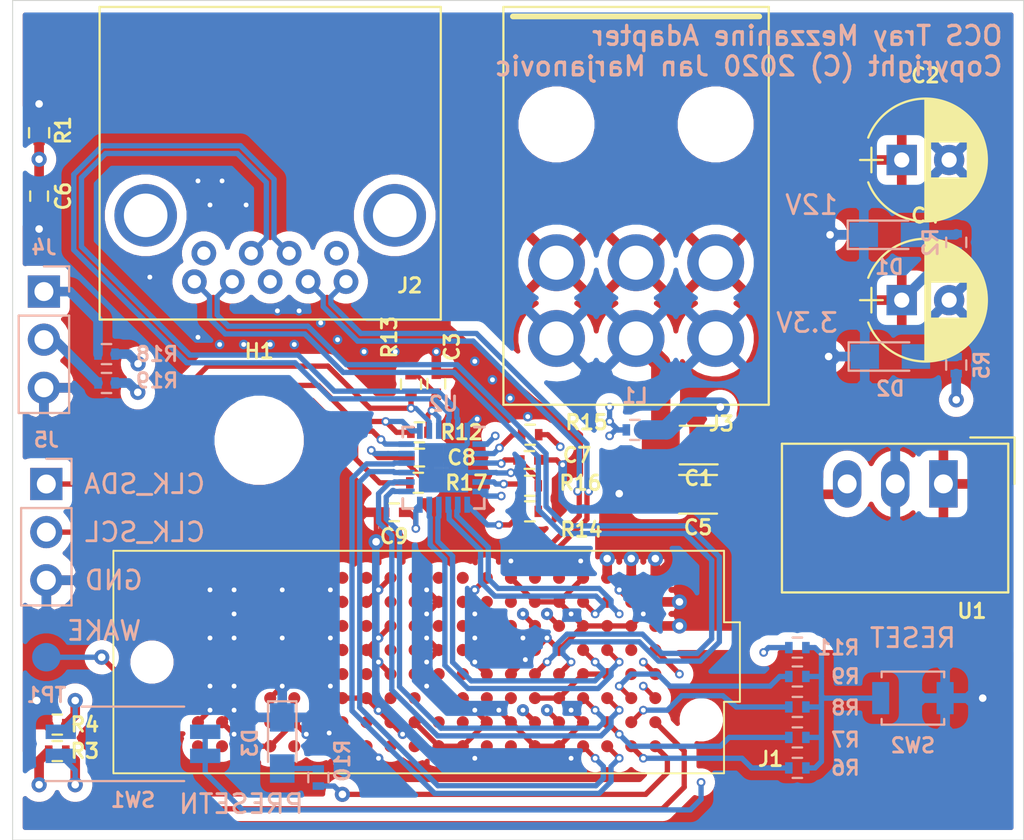
<source format=kicad_pcb>
(kicad_pcb (version 20171130) (host pcbnew 5.1.4+dfsg1-1)
  (layers (0 F.Cu signal) (1 In1.Cu signal) (2 In2.Cu signal) (31 B.Cu signal) (34 B.Paste user) (35 F.Paste user) (36 B.SilkS user) (37 F.SilkS user) (38 B.Mask user) (39 F.Mask user) (44 Edge.Cuts user))
  (net 0 "")
  (net 1 GND)
  (net 2 "Net-(J1-PadA7)")
  (net 3 "Net-(J1-PadA8)")
  (net 4 "Net-(J1-PadA11)")
  (net 5 "Net-(J1-PadA12)")
  (net 6 /PCIE_RX_0_P)
  (net 7 /PCIE_RX_0_N)
  (net 8 +12V)
  (net 9 "Net-(J1-PadB1)")
  (net 10 "Net-(J1-PadB2)")
  (net 11 "Net-(J1-PadB5)")
  (net 12 "Net-(J1-PadB6)")
  (net 13 "Net-(J1-PadB9)")
  (net 14 "Net-(J1-PadB10)")
  (net 15 "Net-(J1-PadB13)")
  (net 16 "Net-(J1-PadB14)")
  (net 17 "Net-(J1-PadC3)")
  (net 18 "Net-(J1-PadC4)")
  (net 19 "Net-(J1-PadC7)")
  (net 20 "Net-(J1-PadC8)")
  (net 21 "Net-(J1-PadC11)")
  (net 22 "Net-(J1-PadC12)")
  (net 23 "Net-(J1-PadD1)")
  (net 24 "Net-(J1-PadD2)")
  (net 25 "Net-(J1-PadD5)")
  (net 26 "Net-(J1-PadD6)")
  (net 27 "Net-(J1-PadD9)")
  (net 28 "Net-(J1-PadD10)")
  (net 29 "Net-(J1-PadD13)")
  (net 30 "Net-(J1-PadD14)")
  (net 31 "Net-(J1-PadD19)")
  (net 32 "Net-(J1-PadE3)")
  (net 33 "Net-(J1-PadE4)")
  (net 34 "Net-(J1-PadE7)")
  (net 35 "Net-(J1-PadE8)")
  (net 36 "Net-(J1-PadE11)")
  (net 37 "Net-(J1-PadE12)")
  (net 38 "Net-(J1-PadE19)")
  (net 39 "Net-(J1-PadF1)")
  (net 40 "Net-(J1-PadF2)")
  (net 41 "Net-(J1-PadF5)")
  (net 42 "Net-(J1-PadF6)")
  (net 43 "Net-(J1-PadF9)")
  (net 44 "Net-(J1-PadF10)")
  (net 45 "Net-(J1-PadF13)")
  (net 46 "Net-(J1-PadF14)")
  (net 47 "Net-(J1-PadG3)")
  (net 48 "Net-(J1-PadG4)")
  (net 49 "Net-(J1-PadG7)")
  (net 50 "Net-(J1-PadG8)")
  (net 51 "Net-(J1-PadG11)")
  (net 52 "Net-(J1-PadG12)")
  (net 53 "Net-(J1-PadH1)")
  (net 54 "Net-(J1-PadH2)")
  (net 55 "Net-(J1-PadH5)")
  (net 56 "Net-(J1-PadH6)")
  (net 57 "Net-(J1-PadH9)")
  (net 58 "Net-(J1-PadH10)")
  (net 59 "Net-(J1-PadH13)")
  (net 60 "Net-(J1-PadH14)")
  (net 61 /PCIE_TX_0_P)
  (net 62 /PCIE_TX_0_N)
  (net 63 "Net-(J2-Pad1)")
  (net 64 +3V3)
  (net 65 "Net-(J1-PadA4)")
  (net 66 "Net-(J1-PadA3)")
  (net 67 /PCIE_CLK_N)
  (net 68 /PCIE_CLK_P)
  (net 69 "Net-(D1-Pad2)")
  (net 70 "Net-(D2-Pad2)")
  (net 71 "Net-(D3-Pad2)")
  (net 72 /PCIE_PRSNT_N)
  (net 73 /PCIE_RSNT_3_N)
  (net 74 /PCIE_CLK_3_N)
  (net 75 /PCIE_CLK_3_P)
  (net 76 /PCIE_WAKE_N)
  (net 77 /PCIE_RSNT_1_N)
  (net 78 /PCIE_RSNT_2_N)
  (net 79 /MEZZ_SDA)
  (net 80 /PCIE_RSNT_0_N)
  (net 81 /PCIE_CLK_2_N)
  (net 82 /PCIE_CLK_2_P)
  (net 83 /MEZZ_EN)
  (net 84 /MEZZ_SCL)
  (net 85 /PCIE_CLK_1_N)
  (net 86 /PCIE_CLK_1_P)
  (net 87 /PCIE_CLK_0_N)
  (net 88 /PCIE_CLK_0_P)
  (net 89 "Net-(J5-Pad1)")
  (net 90 "Net-(J5-Pad2)")
  (net 91 "Net-(R3-Pad1)")
  (net 92 "Net-(R4-Pad1)")
  (net 93 "Net-(R11-Pad1)")
  (net 94 "Net-(R14-Pad1)")
  (net 95 "Net-(R15-Pad1)")
  (net 96 "Net-(R16-Pad1)")
  (net 97 "Net-(R17-Pad1)")
  (net 98 /VCC_SI53154)
  (net 99 /USB_GND)
  (net 100 /PCIE_TX_8_N)
  (net 101 /PCIE_TX_8_P)
  (net 102 /PCIE_RX_8_N)
  (net 103 /PCIE_RX_8_P)
  (module Resistors_SMD:R_0402 (layer F.Cu) (at 209.296 78.8035)
    (fp_text reference R15 (at 2.975 -0.65) (layer F.SilkS) (effects (font (size 0.762 0.762) (thickness 0.1524))))
    (fp_text value 10k)
    (pad 1 smd rect (at -0.45 0) (size 0.4 0.6) (layers F.Cu F.Paste F.Mask) (net 95 "Net-(R15-Pad1)"))
    (pad 2 smd rect (at 0.45 0) (size 0.4 0.6) (layers F.Cu F.Paste F.Mask) (net 98 /VCC_SI53154))
  )
  (module Capacitors_SMD:C_0402 (layer F.Cu) (at 204.343 76.115 90)
    (fp_text reference C3 (at 1.947 0.8255 90) (layer F.SilkS) (effects (font (size 0.762 0.762) (thickness 0.1524))))
    (fp_text value 100n)
    (pad 1 smd rect (at -0.55 0 90) (size 0.6 0.5) (layers F.Cu F.Paste F.Mask) (net 98 /VCC_SI53154))
    (pad 2 smd rect (at 0.55 0 90) (size 0.6 0.5) (layers F.Cu F.Paste F.Mask) (net 1 GND))
  )
  (module Inductors_SMD:L_0402 (layer B.Cu) (at 214.8205 78.5495 180)
    (fp_text reference L1 (at 0 1.8) (layer B.SilkS) (effects (font (size 0.762 0.762) (thickness 0.1524)) (justify mirror)))
    (fp_text value L_Core_Ferrite_Small)
    (pad 1 smd rect (at -0.45 0 180) (size 0.4 0.6) (layers B.Cu B.Paste B.Mask) (net 64 +3V3))
    (pad 2 smd rect (at 0.45 0 180) (size 0.4 0.6) (layers B.Cu B.Paste B.Mask) (net 98 /VCC_SI53154))
  )
  (module Capacitors_SMD:C_0402 (layer F.Cu) (at 202.1205 82.9 180)
    (fp_text reference C9 (at 0 -1.27) (layer F.SilkS) (effects (font (size 0.762 0.762) (thickness 0.1524))))
    (fp_text value 100n)
    (pad 1 smd rect (at -0.55 0 180) (size 0.6 0.5) (layers F.Cu F.Paste F.Mask) (net 98 /VCC_SI53154))
    (pad 2 smd rect (at 0.55 0 180) (size 0.6 0.5) (layers F.Cu F.Paste F.Mask) (net 1 GND))
  )
  (module Capacitors_SMD:C_0402 (layer F.Cu) (at 203.454 80.01)
    (fp_text reference C8 (at 2.2225 0) (layer F.SilkS) (effects (font (size 0.762 0.762) (thickness 0.1524))))
    (fp_text value 100n)
    (pad 1 smd rect (at -0.55 0) (size 0.6 0.5) (layers F.Cu F.Paste F.Mask) (net 98 /VCC_SI53154))
    (pad 2 smd rect (at 0.55 0) (size 0.6 0.5) (layers F.Cu F.Paste F.Mask) (net 1 GND))
  )
  (module Capacitors_SMD:C_0402 (layer F.Cu) (at 209.254 80.137)
    (fp_text reference C7 (at 2.5185 -0.254) (layer F.SilkS) (effects (font (size 0.762 0.762) (thickness 0.1524))))
    (fp_text value 100n)
    (pad 1 smd rect (at -0.55 0) (size 0.6 0.5) (layers F.Cu F.Paste F.Mask) (net 98 /VCC_SI53154))
    (pad 2 smd rect (at 0.55 0) (size 0.6 0.5) (layers F.Cu F.Paste F.Mask) (net 1 GND))
  )
  (module Capacitors_SMD:C_0402 (layer F.Cu) (at 183.388 66.209 270)
    (fp_text reference C6 (at 0 -1.27 90) (layer F.SilkS) (effects (font (size 0.762 0.762) (thickness 0.1524))))
    (fp_text value 100n)
    (pad 1 smd rect (at -0.55 0 270) (size 0.6 0.5) (layers F.Cu F.Paste F.Mask) (net 99 /USB_GND))
    (pad 2 smd rect (at 0.55 0 270) (size 0.6 0.5) (layers F.Cu F.Paste F.Mask) (net 1 GND))
  )
  (module Resistors_SMD:R_0402 (layer B.Cu) (at 186.944 76.073 180)
    (fp_text reference R19 (at -2.667 0.127) (layer B.SilkS) (effects (font (size 0.762 0.762) (thickness 0.1524)) (justify mirror)))
    (fp_text value 10k)
    (pad 1 smd rect (at -0.45 0 180) (size 0.4 0.6) (layers B.Cu B.Paste B.Mask) (net 64 +3V3))
    (pad 2 smd rect (at 0.45 0 180) (size 0.4 0.6) (layers B.Cu B.Paste B.Mask) (net 84 /MEZZ_SCL))
  )
  (module Resistors_SMD:R_0402 (layer B.Cu) (at 186.944 74.549 180)
    (fp_text reference R18 (at -2.667 0 180) (layer B.SilkS) (effects (font (size 0.762 0.762) (thickness 0.1524)) (justify mirror)))
    (fp_text value 10k)
    (pad 1 smd rect (at -0.45 0 180) (size 0.4 0.6) (layers B.Cu B.Paste B.Mask) (net 64 +3V3))
    (pad 2 smd rect (at 0.45 0 180) (size 0.4 0.6) (layers B.Cu B.Paste B.Mask) (net 79 /MEZZ_SDA))
  )
  (module Resistors_SMD:R_0402 (layer F.Cu) (at 203.396 81.3435)
    (fp_text reference R17 (at 2.5345 0) (layer F.SilkS) (effects (font (size 0.762 0.762) (thickness 0.1524))))
    (fp_text value 10k)
    (pad 1 smd rect (at -0.45 0) (size 0.4 0.6) (layers F.Cu F.Paste F.Mask) (net 97 "Net-(R17-Pad1)"))
    (pad 2 smd rect (at 0.45 0) (size 0.4 0.6) (layers F.Cu F.Paste F.Mask) (net 98 /VCC_SI53154))
  )
  (module Resistors_SMD:R_0402 (layer F.Cu) (at 209.275 81.5)
    (fp_text reference R16 (at 2.675 -0.15) (layer F.SilkS) (effects (font (size 0.762 0.762) (thickness 0.1524))))
    (fp_text value 10k)
    (pad 1 smd rect (at -0.45 0) (size 0.4 0.6) (layers F.Cu F.Paste F.Mask) (net 96 "Net-(R16-Pad1)"))
    (pad 2 smd rect (at 0.45 0) (size 0.4 0.6) (layers F.Cu F.Paste F.Mask) (net 98 /VCC_SI53154))
  )
  (module Resistors_SMD:R_0402 (layer F.Cu) (at 209.275 82.85)
    (fp_text reference R14 (at 2.725 0.97) (layer F.SilkS) (effects (font (size 0.762 0.762) (thickness 0.1524))))
    (fp_text value 10k)
    (pad 1 smd rect (at -0.45 0) (size 0.4 0.6) (layers F.Cu F.Paste F.Mask) (net 94 "Net-(R14-Pad1)"))
    (pad 2 smd rect (at 0.45 0) (size 0.4 0.6) (layers F.Cu F.Paste F.Mask) (net 98 /VCC_SI53154))
  )
  (module Resistors_SMD:R_0402 (layer F.Cu) (at 203.0095 76.1365 90)
    (fp_text reference R13 (at 2.4765 -1.143 90) (layer F.SilkS) (effects (font (size 0.762 0.762) (thickness 0.1524))))
    (fp_text value 10k)
    (pad 1 smd rect (at -0.45 0 90) (size 0.4 0.6) (layers F.Cu F.Paste F.Mask) (net 89 "Net-(J5-Pad1)"))
    (pad 2 smd rect (at 0.45 0 90) (size 0.4 0.6) (layers F.Cu F.Paste F.Mask) (net 98 /VCC_SI53154))
  )
  (module Resistors_SMD:R_0402 (layer F.Cu) (at 203.454 78.6765)
    (fp_text reference R12 (at 2.2225 0) (layer F.SilkS) (effects (font (size 0.762 0.762) (thickness 0.1524))))
    (fp_text value 10k)
    (pad 1 smd rect (at -0.45 0) (size 0.4 0.6) (layers F.Cu F.Paste F.Mask) (net 90 "Net-(J5-Pad2)"))
    (pad 2 smd rect (at 0.45 0) (size 0.4 0.6) (layers F.Cu F.Paste F.Mask) (net 98 /VCC_SI53154))
  )
  (module Resistors_SMD:R_0402 (layer B.Cu) (at 223.393 90.043 180)
    (fp_text reference R11 (at -2.159 0) (layer B.SilkS) (effects (font (size 0.762 0.762) (thickness 0.1524)) (justify mirror)))
    (fp_text value 10k)
    (pad 1 smd rect (at -0.45 0 180) (size 0.4 0.6) (layers B.Cu B.Paste B.Mask) (net 93 "Net-(R11-Pad1)"))
    (pad 2 smd rect (at 0.45 0 180) (size 0.4 0.6) (layers B.Cu B.Paste B.Mask) (net 64 +3V3))
  )
  (module Resistors_SMD:R_0402 (layer B.Cu) (at 198.12 96.901 270)
    (fp_text reference R10 (at -0.889 -1.27 90) (layer B.SilkS) (effects (font (size 0.762 0.762) (thickness 0.1524)) (justify mirror)))
    (fp_text value 10k)
    (pad 1 smd rect (at -0.45 0 270) (size 0.4 0.6) (layers B.Cu B.Paste B.Mask) (net 71 "Net-(D3-Pad2)"))
    (pad 2 smd rect (at 0.45 0 270) (size 0.4 0.6) (layers B.Cu B.Paste B.Mask) (net 72 /PCIE_PRSNT_N))
  )
  (module Resistors_SMD:R_0402 (layer B.Cu) (at 223.393 91.567 180)
    (fp_text reference R9 (at -2.54 0) (layer B.SilkS) (effects (font (size 0.762 0.762) (thickness 0.1524)) (justify mirror)))
    (fp_text value 1k)
    (pad 1 smd rect (at -0.45 0 180) (size 0.4 0.6) (layers B.Cu B.Paste B.Mask) (net 93 "Net-(R11-Pad1)"))
    (pad 2 smd rect (at 0.45 0 180) (size 0.4 0.6) (layers B.Cu B.Paste B.Mask) (net 80 /PCIE_RSNT_0_N))
  )
  (module Resistors_SMD:R_0402 (layer B.Cu) (at 223.393 93.175666 180)
    (fp_text reference R8 (at -2.54 -0.042334) (layer B.SilkS) (effects (font (size 0.762 0.762) (thickness 0.1524)) (justify mirror)))
    (fp_text value 1k)
    (pad 1 smd rect (at -0.45 0 180) (size 0.4 0.6) (layers B.Cu B.Paste B.Mask) (net 93 "Net-(R11-Pad1)"))
    (pad 2 smd rect (at 0.45 0 180) (size 0.4 0.6) (layers B.Cu B.Paste B.Mask) (net 77 /PCIE_RSNT_1_N))
  )
  (module Resistors_SMD:R_0402 (layer B.Cu) (at 223.393 94.784332 180)
    (fp_text reference R7 (at -2.54 -0.127) (layer B.SilkS) (effects (font (size 0.762 0.762) (thickness 0.1524)) (justify mirror)))
    (fp_text value 1k)
    (pad 1 smd rect (at -0.45 0 180) (size 0.4 0.6) (layers B.Cu B.Paste B.Mask) (net 93 "Net-(R11-Pad1)"))
    (pad 2 smd rect (at 0.45 0 180) (size 0.4 0.6) (layers B.Cu B.Paste B.Mask) (net 78 /PCIE_RSNT_2_N))
  )
  (module Resistors_SMD:R_0402 (layer B.Cu) (at 223.393 96.393 180)
    (fp_text reference R6 (at -2.54 0) (layer B.SilkS) (effects (font (size 0.762 0.762) (thickness 0.1524)) (justify mirror)))
    (fp_text value 1k)
    (pad 1 smd rect (at -0.45 0 180) (size 0.4 0.6) (layers B.Cu B.Paste B.Mask) (net 93 "Net-(R11-Pad1)"))
    (pad 2 smd rect (at 0.45 0 180) (size 0.4 0.6) (layers B.Cu B.Paste B.Mask) (net 73 /PCIE_RSNT_3_N))
  )
  (module Resistors_SMD:R_0402 (layer B.Cu) (at 231.775 75.126 90)
    (fp_text reference R5 (at 0 1.35 90) (layer B.SilkS) (effects (font (size 0.762 0.762) (thickness 0.1524)) (justify mirror)))
    (fp_text value 1k)
    (pad 1 smd rect (at -0.45 0 90) (size 0.4 0.6) (layers B.Cu B.Paste B.Mask) (net 64 +3V3))
    (pad 2 smd rect (at 0.45 0 90) (size 0.4 0.6) (layers B.Cu B.Paste B.Mask) (net 70 "Net-(D2-Pad2)"))
  )
  (module Resistors_SMD:R_0402 (layer F.Cu) (at 184.346 94.107 180)
    (fp_text reference R4 (at -1.455 0) (layer F.SilkS) (effects (font (size 0.762 0.762) (thickness 0.1524))))
    (fp_text value 1k)
    (pad 1 smd rect (at -0.45 0 180) (size 0.4 0.6) (layers F.Cu F.Paste F.Mask) (net 92 "Net-(R4-Pad1)"))
    (pad 2 smd rect (at 0.45 0 180) (size 0.4 0.6) (layers F.Cu F.Paste F.Mask) (net 1 GND))
  )
  (module Resistors_SMD:R_0402 (layer F.Cu) (at 184.346 95.504 180)
    (fp_text reference R3 (at -1.455 0) (layer F.SilkS) (effects (font (size 0.762 0.762) (thickness 0.1524))))
    (fp_text value 1k)
    (pad 1 smd rect (at -0.45 0 180) (size 0.4 0.6) (layers F.Cu F.Paste F.Mask) (net 91 "Net-(R3-Pad1)"))
    (pad 2 smd rect (at 0.45 0 180) (size 0.4 0.6) (layers F.Cu F.Paste F.Mask) (net 64 +3V3))
  )
  (module Resistors_SMD:R_0402 (layer B.Cu) (at 231.775 68.649 270)
    (fp_text reference R2 (at 0 1.35 90) (layer B.SilkS) (effects (font (size 0.762 0.762) (thickness 0.1524)) (justify mirror)))
    (fp_text value 10k)
    (pad 1 smd rect (at -0.45 0 270) (size 0.4 0.6) (layers B.Cu B.Paste B.Mask) (net 69 "Net-(D1-Pad2)"))
    (pad 2 smd rect (at 0.45 0 270) (size 0.4 0.6) (layers B.Cu B.Paste B.Mask) (net 8 +12V))
  )
  (module Resistors_SMD:R_0402 (layer F.Cu) (at 183.388 62.865 90)
    (fp_text reference R1 (at 0.127 1.27 90) (layer F.SilkS) (effects (font (size 0.762 0.762) (thickness 0.1524))))
    (fp_text value 1M)
    (pad 1 smd rect (at -0.45 0 90) (size 0.4 0.6) (layers F.Cu F.Paste F.Mask) (net 99 /USB_GND))
    (pad 2 smd rect (at 0.45 0 90) (size 0.4 0.6) (layers F.Cu F.Paste F.Mask) (net 1 GND))
  )
  (module Mounting_Holes:MountingHole_3.7mm (layer F.Cu) (at 195 79.1)
    (fp_text reference H1 (at 0 -4.7) (layer F.SilkS) (effects (font (size 0.762 0.762) (thickness 0.1524))))
    (fp_text value MountingHole)
    (pad 1 np_thru_hole circle (at 0 0) (size 3.7 3.7) (drill 3.7) (layers *.Cu *.Mask))
  )
  (module otma_footprints:692121030100 (layer F.Cu) (at 195.58 67.223 180)
    (fp_text reference J2 (at -7.366 -3.7065) (layer F.SilkS) (effects (font (size 0.762 0.762) (thickness 0.1524))))
    (fp_text value USB3_A)
    (pad 4 thru_hole circle (at 3.5 -2 180) (size 1.3 1.3) (drill 0.7) (layers *.Cu *.Mask) (net 99 /USB_GND))
    (pad 1 thru_hole circle (at -3.5 -2 180) (size 1.3 1.3) (drill 0.7) (layers *.Cu *.Mask) (net 63 "Net-(J2-Pad1)"))
    (pad 2 thru_hole circle (at -1 -2 180) (size 1.3 1.3) (drill 0.7) (layers *.Cu *.Mask) (net 67 /PCIE_CLK_N))
    (pad 3 thru_hole circle (at 1 -2 180) (size 1.3 1.3) (drill 0.7) (layers *.Cu *.Mask) (net 68 /PCIE_CLK_P))
    (pad 9 thru_hole circle (at -4 -3.5 180) (size 1.3 1.3) (drill 0.7) (layers *.Cu *.Mask) (net 7 /PCIE_RX_0_N))
    (pad 8 thru_hole circle (at -2 -3.5 180) (size 1.3 1.3) (drill 0.7) (layers *.Cu *.Mask) (net 6 /PCIE_RX_0_P))
    (pad 5 thru_hole circle (at 4 -3.5 180) (size 1.3 1.3) (drill 0.7) (layers *.Cu *.Mask) (net 61 /PCIE_TX_0_P))
    (pad 6 thru_hole circle (at 2 -3.5 180) (size 1.3 1.3) (drill 0.7) (layers *.Cu *.Mask) (net 62 /PCIE_TX_0_N))
    (pad 7 thru_hole circle (at 0 -3.5 180) (size 1.3 1.3) (drill 0.7) (layers *.Cu *.Mask) (net 99 /USB_GND))
    (pad 10 thru_hole circle (at 6.57 0 180) (size 3.3 3.3) (drill 2.3) (layers *.Cu *.Mask) (net 99 /USB_GND))
    (pad 10 thru_hole circle (at -6.57 0 180) (size 3.3 3.3) (drill 2.3) (layers *.Cu *.Mask) (net 99 /USB_GND))
  )
  (module Housings_DFN_QFN:QFN-24-1EP_4x4mm_Pitch0.5mm (layer B.Cu) (at 204.725 80.55 180)
    (fp_text reference U2 (at 0 3.375) (layer B.SilkS) (effects (font (size 0.762 0.762) (thickness 0.1524)) (justify mirror)))
    (fp_text value SI53154)
    (pad 1 smd rect (at -1.95 1.25 180) (size 0.85 0.3) (layers B.Cu B.Paste B.Mask) (net 98 /VCC_SI53154))
    (pad 2 smd rect (at -1.95 0.75 180) (size 0.85 0.3) (layers B.Cu B.Paste B.Mask) (net 95 "Net-(R15-Pad1)"))
    (pad 3 smd rect (at -1.95 0.25 180) (size 0.85 0.3) (layers B.Cu B.Paste B.Mask) (net 98 /VCC_SI53154))
    (pad 4 smd rect (at -1.95 -0.25 180) (size 0.85 0.3) (layers B.Cu B.Paste B.Mask) (net 1 GND))
    (pad 5 smd rect (at -1.95 -0.75 180) (size 0.85 0.3) (layers B.Cu B.Paste B.Mask) (net 96 "Net-(R16-Pad1)"))
    (pad 6 smd rect (at -1.95 -1.25 180) (size 0.85 0.3) (layers B.Cu B.Paste B.Mask) (net 98 /VCC_SI53154))
    (pad 7 smd rect (at -1.25 -1.95 90) (size 0.85 0.3) (layers B.Cu B.Paste B.Mask) (net 94 "Net-(R14-Pad1)"))
    (pad 8 smd rect (at -0.75 -1.95 90) (size 0.85 0.3) (layers B.Cu B.Paste B.Mask) (net 87 /PCIE_CLK_0_N))
    (pad 9 smd rect (at -0.25 -1.95 90) (size 0.85 0.3) (layers B.Cu B.Paste B.Mask) (net 88 /PCIE_CLK_0_P))
    (pad 10 smd rect (at 0.25 -1.95 90) (size 0.85 0.3) (layers B.Cu B.Paste B.Mask) (net 86 /PCIE_CLK_1_P))
    (pad 11 smd rect (at 0.75 -1.95 90) (size 0.85 0.3) (layers B.Cu B.Paste B.Mask) (net 85 /PCIE_CLK_1_N))
    (pad 12 smd rect (at 1.25 -1.95 90) (size 0.85 0.3) (layers B.Cu B.Paste B.Mask) (net 98 /VCC_SI53154))
    (pad 13 smd rect (at 1.95 -1.25 180) (size 0.85 0.3) (layers B.Cu B.Paste B.Mask) (net 82 /PCIE_CLK_2_P))
    (pad 14 smd rect (at 1.95 -0.75 180) (size 0.85 0.3) (layers B.Cu B.Paste B.Mask) (net 81 /PCIE_CLK_2_N))
    (pad 15 smd rect (at 1.95 -0.25 180) (size 0.85 0.3) (layers B.Cu B.Paste B.Mask) (net 75 /PCIE_CLK_3_P))
    (pad 16 smd rect (at 1.95 0.25 180) (size 0.85 0.3) (layers B.Cu B.Paste B.Mask) (net 74 /PCIE_CLK_3_N))
    (pad 17 smd rect (at 1.95 0.75 180) (size 0.85 0.3) (layers B.Cu B.Paste B.Mask) (net 98 /VCC_SI53154))
    (pad 18 smd rect (at 1.95 1.25 180) (size 0.85 0.3) (layers B.Cu B.Paste B.Mask) (net 97 "Net-(R17-Pad1)"))
    (pad 19 smd rect (at 1.25 1.95 90) (size 0.85 0.3) (layers B.Cu B.Paste B.Mask) (net 90 "Net-(J5-Pad2)"))
    (pad 20 smd rect (at 0.75 1.95 90) (size 0.85 0.3) (layers B.Cu B.Paste B.Mask) (net 89 "Net-(J5-Pad1)"))
    (pad 21 smd rect (at 0.25 1.95 90) (size 0.85 0.3) (layers B.Cu B.Paste B.Mask) (net 98 /VCC_SI53154))
    (pad 22 smd rect (at -0.25 1.95 90) (size 0.85 0.3) (layers B.Cu B.Paste B.Mask) (net 67 /PCIE_CLK_N))
    (pad 23 smd rect (at -0.75 1.95 90) (size 0.85 0.3) (layers B.Cu B.Paste B.Mask) (net 68 /PCIE_CLK_P))
    (pad 24 smd rect (at -1.25 1.95 90) (size 0.85 0.3) (layers B.Cu B.Paste B.Mask) (net 1 GND))
    (pad 25 smd rect (at 0.65 -0.65 180) (size 1.3 1.3) (layers B.Cu B.Paste B.Mask) (net 1 GND))
    (pad 25 smd rect (at 0.65 0.65 180) (size 1.3 1.3) (layers B.Cu B.Paste B.Mask) (net 1 GND))
    (pad 25 smd rect (at -0.65 -0.65 180) (size 1.3 1.3) (layers B.Cu B.Paste B.Mask) (net 1 GND))
    (pad 25 smd rect (at -0.65 0.65 180) (size 1.3 1.3) (layers B.Cu B.Paste B.Mask) (net 1 GND))
  )
  (module Measurement_Points:Measurement_Point_Round-SMD-Pad_Small (layer B.Cu) (at 183.769 90.551)
    (fp_text reference TP1 (at 0 2) (layer B.SilkS) (effects (font (size 0.762 0.762) (thickness 0.1524)) (justify mirror)))
    (fp_text value TestPoint)
    (pad 1 smd circle (at 0 0) (size 1.5 1.5) (layers B.Cu B.Mask) (net 76 /PCIE_WAKE_N))
  )
  (module Buttons_Switches_SMD:SW_SPST_B3U-1000P (layer B.Cu) (at 229.489 92.71)
    (fp_text reference SW2 (at 0 2.5) (layer B.SilkS) (effects (font (size 0.762 0.762) (thickness 0.1524)) (justify mirror)))
    (fp_text value SW_Push)
    (pad 1 smd rect (at -1.7 0) (size 0.9 1.7) (layers B.Cu B.Paste B.Mask) (net 93 "Net-(R11-Pad1)"))
    (pad 2 smd rect (at 1.7 0) (size 0.9 1.7) (layers B.Cu B.Paste B.Mask) (net 1 GND))
  )
  (module Buttons_Switches_SMD:SW_DIP_x2_W7.62mm_Slide_Copal_CHS-B (layer B.Cu) (at 188.341 95.123)
    (fp_text reference SW1 (at 0 2.965 180) (layer B.SilkS) (effects (font (size 0.762 0.762) (thickness 0.1524)) (justify mirror)))
    (fp_text value SW_DIP_x02)
    (pad 1 smd rect (at -3.81 0.635) (size 1.6 0.76) (layers B.Cu B.Paste B.Mask) (net 91 "Net-(R3-Pad1)"))
    (pad 3 smd rect (at 3.81 -0.635) (size 1.6 0.76) (layers B.Cu B.Paste B.Mask) (net 83 /MEZZ_EN))
    (pad 2 smd rect (at -3.81 -0.635) (size 1.6 0.76) (layers B.Cu B.Paste B.Mask) (net 92 "Net-(R4-Pad1)"))
    (pad 4 smd rect (at 3.81 0.635) (size 1.6 0.76) (layers B.Cu B.Paste B.Mask) (net 83 /MEZZ_EN))
  )
  (module Pin_Headers:Pin_Header_Straight_1x03_Pitch2.54mm (layer B.Cu) (at 183.769 81.407 180)
    (fp_text reference J5 (at 0 2.33 180) (layer B.SilkS) (effects (font (size 0.762 0.762) (thickness 0.1524)) (justify mirror)))
    (fp_text value Conn_01x03)
    (pad 1 thru_hole rect (at 0 0 180) (size 1.7 1.7) (drill 1) (layers *.Cu *.Mask) (net 89 "Net-(J5-Pad1)"))
    (pad 2 thru_hole oval (at 0 -2.54 180) (size 1.7 1.7) (drill 1) (layers *.Cu *.Mask) (net 90 "Net-(J5-Pad2)"))
    (pad 3 thru_hole oval (at 0 -5.08 180) (size 1.7 1.7) (drill 1) (layers *.Cu *.Mask) (net 1 GND))
  )
  (module Pin_Headers:Pin_Header_Straight_1x03_Pitch2.54mm (layer B.Cu) (at 183.642 71.247 180)
    (fp_text reference J4 (at 0 2.33) (layer B.SilkS) (effects (font (size 0.762 0.762) (thickness 0.1524)) (justify mirror)))
    (fp_text value Conn_01x03)
    (pad 1 thru_hole rect (at 0 0 180) (size 1.7 1.7) (drill 1) (layers *.Cu *.Mask) (net 79 /MEZZ_SDA))
    (pad 2 thru_hole oval (at 0 -2.54 180) (size 1.7 1.7) (drill 1) (layers *.Cu *.Mask) (net 84 /MEZZ_SCL))
    (pad 3 thru_hole oval (at 0 -5.08 180) (size 1.7 1.7) (drill 1) (layers *.Cu *.Mask) (net 1 GND))
  )
  (module LEDs:LED_0805_HandSoldering (layer B.Cu) (at 196.215 95.076 270)
    (fp_text reference D3 (at 0 1.7 90) (layer B.SilkS) (effects (font (size 0.762 0.762) (thickness 0.1524)) (justify mirror)))
    (fp_text value LED)
    (pad 1 smd rect (at -1.35 0 270) (size 1.5 1.3) (layers B.Cu B.Paste B.Mask) (net 1 GND))
    (pad 2 smd rect (at 1.35 0 270) (size 1.5 1.3) (layers B.Cu B.Paste B.Mask) (net 71 "Net-(D3-Pad2)"))
  )
  (module LEDs:LED_0805_HandSoldering (layer B.Cu) (at 228.299 74.676)
    (fp_text reference D2 (at 0 1.7) (layer B.SilkS) (effects (font (size 0.762 0.762) (thickness 0.1524)) (justify mirror)))
    (fp_text value LED)
    (pad 1 smd rect (at -1.35 0) (size 1.5 1.3) (layers B.Cu B.Paste B.Mask) (net 1 GND))
    (pad 2 smd rect (at 1.35 0) (size 1.5 1.3) (layers B.Cu B.Paste B.Mask) (net 70 "Net-(D2-Pad2)"))
  )
  (module LEDs:LED_0805_HandSoldering (layer B.Cu) (at 228.25 68.25)
    (fp_text reference D1 (at 0 1.7) (layer B.SilkS) (effects (font (size 0.762 0.762) (thickness 0.1524)) (justify mirror)))
    (fp_text value LED)
    (pad 1 smd rect (at -1.35 0) (size 1.5 1.3) (layers B.Cu B.Paste B.Mask) (net 1 GND))
    (pad 2 smd rect (at 1.35 0) (size 1.5 1.3) (layers B.Cu B.Paste B.Mask) (net 69 "Net-(D1-Pad2)"))
  )
  (module Converter_DCDC:Converter_DCDC_TRACO_TSR-1_THT (layer F.Cu) (at 231.1 81.4 180)
    (fp_text reference U1 (at -1.5 -6.71) (layer F.SilkS) (effects (font (size 0.762 0.762) (thickness 0.1524))))
    (fp_text value TSR_1-2433)
    (pad 3 thru_hole oval (at 5.08 0 180) (size 1.5 2.5) (drill 1) (layers *.Cu *.Mask) (net 64 +3V3))
    (pad 2 thru_hole oval (at 2.54 0 180) (size 1.5 2.5) (drill 1) (layers *.Cu *.Mask) (net 1 GND))
    (pad 1 thru_hole rect (at 0 0 180) (size 1.5 2.5) (drill 1) (layers *.Cu *.Mask) (net 8 +12V))
  )
  (module Capacitors_SMD:C_1206_HandSoldering (layer F.Cu) (at 218.154 81.95 180)
    (fp_text reference C5 (at 0 -1.75) (layer F.SilkS) (effects (font (size 0.762 0.762) (thickness 0.1524))))
    (fp_text value 10u)
    (pad 1 smd rect (at -2 0 180) (size 2 1.6) (layers F.Cu F.Paste F.Mask) (net 64 +3V3))
    (pad 2 smd rect (at 2 0 180) (size 2 1.6) (layers F.Cu F.Paste F.Mask) (net 1 GND))
  )
  (module Capacitors_THT:CP_Radial_D6.3mm_P2.50mm (layer F.Cu) (at 228.9 71.7)
    (fp_text reference C4 (at 1.25 -4.46) (layer F.SilkS) (effects (font (size 0.762 0.762) (thickness 0.1524))))
    (fp_text value 100uA)
    (pad 1 thru_hole rect (at 0 0) (size 1.6 1.6) (drill 0.8) (layers *.Cu *.Mask) (net 8 +12V))
    (pad 2 thru_hole circle (at 2.5 0) (size 1.6 1.6) (drill 0.8) (layers *.Cu *.Mask) (net 1 GND))
  )
  (module Capacitors_THT:CP_Radial_D6.3mm_P2.50mm (layer F.Cu) (at 228.9 64.3)
    (fp_text reference C2 (at 1.25 -4.46) (layer F.SilkS) (effects (font (size 0.762 0.762) (thickness 0.1524))))
    (fp_text value 100uA)
    (pad 1 thru_hole rect (at 0 0) (size 1.6 1.6) (drill 0.8) (layers *.Cu *.Mask) (net 8 +12V))
    (pad 2 thru_hole circle (at 2.5 0) (size 1.6 1.6) (drill 0.8) (layers *.Cu *.Mask) (net 1 GND))
  )
  (module Capacitors_SMD:C_1206_HandSoldering (layer F.Cu) (at 218.186 79.35 180)
    (fp_text reference C1 (at 0 -1.75) (layer F.SilkS) (effects (font (size 0.762 0.762) (thickness 0.1524))))
    (fp_text value 10u)
    (pad 1 smd rect (at -2 0 180) (size 2 1.6) (layers F.Cu F.Paste F.Mask) (net 8 +12V))
    (pad 2 smd rect (at 2 0 180) (size 2 1.6) (layers F.Cu F.Paste F.Mask) (net 1 GND))
  )
  (module otma_footprints:45558-0003 (layer F.Cu) (at 214.884 69.723 180)
    (fp_text reference J3 (at -4.5 -8.5) (layer F.SilkS) (effects (font (size 0.762 0.762) (thickness 0.1524))))
    (fp_text value 45558-0003)
    (pad 6 thru_hole circle (at -4.2 -4 180) (size 3 3) (drill 1.8) (layers *.Cu *.Mask) (net 1 GND))
    (pad 5 thru_hole circle (at 0 -4 180) (size 3 3) (drill 1.8) (layers *.Cu *.Mask) (net 1 GND))
    (pad 4 thru_hole circle (at 4.2 -4 180) (size 3 3) (drill 1.8) (layers *.Cu *.Mask) (net 1 GND))
    (pad 3 thru_hole circle (at 4.2 0 180) (size 3 3) (drill 1.8) (layers *.Cu *.Mask) (net 8 +12V))
    (pad 2 thru_hole circle (at 0 0 180) (size 3 3) (drill 1.8) (layers *.Cu *.Mask) (net 8 +12V))
    (pad 1 thru_hole circle (at -4.2 0 180) (size 3 3) (drill 1.8) (layers *.Cu *.Mask) (net 8 +12V))
    (pad "" np_thru_hole circle (at 4.2 7.3 180) (size 3 3) (drill 3) (layers *.Cu *.Mask))
    (pad "" np_thru_hole circle (at -4.2 7.3 180) (size 3 3) (drill 3) (layers *.Cu *.Mask))
  )
  (module otma_footprints:samtec_searay (layer F.Cu) (at 203.835 90.805)
    (fp_text reference J1 (at 18.15 5.12) (layer F.SilkS) (effects (font (size 0.762 0.762) (thickness 0.1524))))
    (fp_text value SEAF-20-06.5-L-08-2-A-K-TR hide)
    (pad "" np_thru_hole circle (at 14.4907 3.048) (size 1.27 1.27) (drill 1.27) (layers *.Cu *.Mask))
    (pad "" np_thru_hole circle (at -14.4907 0) (size 1.27 1.27) (drill 1.27) (layers *.Cu *.Mask))
    (pad H20 smd circle (at 12.065 4.445) (size 0.635 0.635) (layers F.Cu F.Paste F.Mask) (net 72 /PCIE_PRSNT_N))
    (pad H19 smd circle (at 10.795 4.445) (size 0.635 0.635) (layers F.Cu F.Paste F.Mask) (net 73 /PCIE_RSNT_3_N))
    (pad H18 smd circle (at 9.525 4.445) (size 0.635 0.635) (layers F.Cu F.Paste F.Mask) (net 74 /PCIE_CLK_3_N))
    (pad H17 smd circle (at 8.255 4.445) (size 0.635 0.635) (layers F.Cu F.Paste F.Mask) (net 75 /PCIE_CLK_3_P))
    (pad H16 smd circle (at 6.985 4.445) (size 0.635 0.635) (layers F.Cu F.Paste F.Mask) (net 1 GND))
    (pad H15 smd circle (at 5.715 4.445) (size 0.635 0.635) (layers F.Cu F.Paste F.Mask) (net 1 GND))
    (pad H14 smd circle (at 4.445 4.445) (size 0.635 0.635) (layers F.Cu F.Paste F.Mask) (net 60 "Net-(J1-PadH14)"))
    (pad H13 smd circle (at 3.175 4.445) (size 0.635 0.635) (layers F.Cu F.Paste F.Mask) (net 59 "Net-(J1-PadH13)"))
    (pad H12 smd circle (at 1.905 4.445) (size 0.635 0.635) (layers F.Cu F.Paste F.Mask) (net 1 GND))
    (pad H11 smd circle (at 0.635 4.445) (size 0.635 0.635) (layers F.Cu F.Paste F.Mask) (net 1 GND))
    (pad H10 smd circle (at -0.635 4.445) (size 0.635 0.635) (layers F.Cu F.Paste F.Mask) (net 58 "Net-(J1-PadH10)"))
    (pad H9 smd circle (at -1.905 4.445) (size 0.635 0.635) (layers F.Cu F.Paste F.Mask) (net 57 "Net-(J1-PadH9)"))
    (pad H8 smd circle (at -3.175 4.445) (size 0.635 0.635) (layers F.Cu F.Paste F.Mask) (net 1 GND))
    (pad H7 smd circle (at -4.445 4.445) (size 0.635 0.635) (layers F.Cu F.Paste F.Mask) (net 1 GND))
    (pad H6 smd circle (at -5.715 4.445) (size 0.635 0.635) (layers F.Cu F.Paste F.Mask) (net 56 "Net-(J1-PadH6)"))
    (pad H5 smd circle (at -6.985 4.445) (size 0.635 0.635) (layers F.Cu F.Paste F.Mask) (net 55 "Net-(J1-PadH5)"))
    (pad H4 smd circle (at -8.255 4.445) (size 0.635 0.635) (layers F.Cu F.Paste F.Mask) (net 1 GND))
    (pad H3 smd circle (at -9.525 4.445) (size 0.635 0.635) (layers F.Cu F.Paste F.Mask) (net 1 GND))
    (pad H2 smd circle (at -10.795 4.445) (size 0.635 0.635) (layers F.Cu F.Paste F.Mask) (net 54 "Net-(J1-PadH2)"))
    (pad H1 smd circle (at -12.065 4.445) (size 0.635 0.635) (layers F.Cu F.Paste F.Mask) (net 53 "Net-(J1-PadH1)"))
    (pad G20 smd circle (at 12.065 3.175) (size 0.635 0.635) (layers F.Cu F.Paste F.Mask) (net 76 /PCIE_WAKE_N))
    (pad G19 smd circle (at 10.795 3.175) (size 0.635 0.635) (layers F.Cu F.Paste F.Mask) (net 77 /PCIE_RSNT_1_N))
    (pad G18 smd circle (at 9.525 3.175) (size 0.635 0.635) (layers F.Cu F.Paste F.Mask) (net 78 /PCIE_RSNT_2_N))
    (pad G17 smd circle (at 8.255 3.175) (size 0.635 0.635) (layers F.Cu F.Paste F.Mask) (net 1 GND))
    (pad G16 smd circle (at 6.985 3.175) (size 0.635 0.635) (layers F.Cu F.Paste F.Mask) (net 100 /PCIE_TX_8_N))
    (pad G15 smd circle (at 5.715 3.175) (size 0.635 0.635) (layers F.Cu F.Paste F.Mask) (net 101 /PCIE_TX_8_P))
    (pad G14 smd circle (at 4.445 3.175) (size 0.635 0.635) (layers F.Cu F.Paste F.Mask) (net 1 GND))
    (pad G13 smd circle (at 3.175 3.175) (size 0.635 0.635) (layers F.Cu F.Paste F.Mask) (net 1 GND))
    (pad G12 smd circle (at 1.905 3.175) (size 0.635 0.635) (layers F.Cu F.Paste F.Mask) (net 52 "Net-(J1-PadG12)"))
    (pad G11 smd circle (at 0.635 3.175) (size 0.635 0.635) (layers F.Cu F.Paste F.Mask) (net 51 "Net-(J1-PadG11)"))
    (pad G10 smd circle (at -0.635 3.175) (size 0.635 0.635) (layers F.Cu F.Paste F.Mask) (net 1 GND))
    (pad G9 smd circle (at -1.905 3.175) (size 0.635 0.635) (layers F.Cu F.Paste F.Mask) (net 1 GND))
    (pad G8 smd circle (at -3.175 3.175) (size 0.635 0.635) (layers F.Cu F.Paste F.Mask) (net 50 "Net-(J1-PadG8)"))
    (pad G7 smd circle (at -4.445 3.175) (size 0.635 0.635) (layers F.Cu F.Paste F.Mask) (net 49 "Net-(J1-PadG7)"))
    (pad G6 smd circle (at -5.715 3.175) (size 0.635 0.635) (layers F.Cu F.Paste F.Mask) (net 1 GND))
    (pad G5 smd circle (at -6.985 3.175) (size 0.635 0.635) (layers F.Cu F.Paste F.Mask) (net 1 GND))
    (pad G4 smd circle (at -8.255 3.175) (size 0.635 0.635) (layers F.Cu F.Paste F.Mask) (net 48 "Net-(J1-PadG4)"))
    (pad G3 smd circle (at -9.525 3.175) (size 0.635 0.635) (layers F.Cu F.Paste F.Mask) (net 47 "Net-(J1-PadG3)"))
    (pad G2 smd circle (at -10.795 3.175) (size 0.635 0.635) (layers F.Cu F.Paste F.Mask) (net 1 GND))
    (pad G1 smd circle (at -12.065 3.175) (size 0.635 0.635) (layers F.Cu F.Paste F.Mask) (net 1 GND))
    (pad F20 smd circle (at 12.065 1.905) (size 0.635 0.635) (layers F.Cu F.Paste F.Mask) (net 79 /MEZZ_SDA))
    (pad F19 smd circle (at 10.795 1.905) (size 0.635 0.635) (layers F.Cu F.Paste F.Mask) (net 80 /PCIE_RSNT_0_N))
    (pad F18 smd circle (at 9.525 1.905) (size 0.635 0.635) (layers F.Cu F.Paste F.Mask) (net 81 /PCIE_CLK_2_N))
    (pad F17 smd circle (at 8.255 1.905) (size 0.635 0.635) (layers F.Cu F.Paste F.Mask) (net 82 /PCIE_CLK_2_P))
    (pad F16 smd circle (at 6.985 1.905) (size 0.635 0.635) (layers F.Cu F.Paste F.Mask) (net 1 GND))
    (pad F15 smd circle (at 5.715 1.905) (size 0.635 0.635) (layers F.Cu F.Paste F.Mask) (net 1 GND))
    (pad F14 smd circle (at 4.445 1.905) (size 0.635 0.635) (layers F.Cu F.Paste F.Mask) (net 46 "Net-(J1-PadF14)"))
    (pad F13 smd circle (at 3.175 1.905) (size 0.635 0.635) (layers F.Cu F.Paste F.Mask) (net 45 "Net-(J1-PadF13)"))
    (pad F12 smd circle (at 1.905 1.905) (size 0.635 0.635) (layers F.Cu F.Paste F.Mask) (net 1 GND))
    (pad F11 smd circle (at 0.635 1.905) (size 0.635 0.635) (layers F.Cu F.Paste F.Mask) (net 1 GND))
    (pad F10 smd circle (at -0.635 1.905) (size 0.635 0.635) (layers F.Cu F.Paste F.Mask) (net 44 "Net-(J1-PadF10)"))
    (pad F9 smd circle (at -1.905 1.905) (size 0.635 0.635) (layers F.Cu F.Paste F.Mask) (net 43 "Net-(J1-PadF9)"))
    (pad F8 smd circle (at -3.175 1.905) (size 0.635 0.635) (layers F.Cu F.Paste F.Mask) (net 1 GND))
    (pad F7 smd circle (at -4.445 1.905) (size 0.635 0.635) (layers F.Cu F.Paste F.Mask) (net 1 GND))
    (pad F6 smd circle (at -5.715 1.905) (size 0.635 0.635) (layers F.Cu F.Paste F.Mask) (net 42 "Net-(J1-PadF6)"))
    (pad F5 smd circle (at -6.985 1.905) (size 0.635 0.635) (layers F.Cu F.Paste F.Mask) (net 41 "Net-(J1-PadF5)"))
    (pad F4 smd circle (at -8.255 1.905) (size 0.635 0.635) (layers F.Cu F.Paste F.Mask) (net 1 GND))
    (pad F3 smd circle (at -9.525 1.905) (size 0.635 0.635) (layers F.Cu F.Paste F.Mask) (net 1 GND))
    (pad F2 smd circle (at -10.795 1.905) (size 0.635 0.635) (layers F.Cu F.Paste F.Mask) (net 40 "Net-(J1-PadF2)"))
    (pad F1 smd circle (at -12.065 1.905) (size 0.635 0.635) (layers F.Cu F.Paste F.Mask) (net 39 "Net-(J1-PadF1)"))
    (pad E20 smd circle (at 12.065 0.635) (size 0.635 0.635) (layers F.Cu F.Paste F.Mask) (net 83 /MEZZ_EN))
    (pad E19 smd circle (at 10.795 0.635) (size 0.635 0.635) (layers F.Cu F.Paste F.Mask) (net 38 "Net-(J1-PadE19)"))
    (pad E18 smd circle (at 9.525 0.635) (size 0.635 0.635) (layers F.Cu F.Paste F.Mask) (net 1 GND))
    (pad E17 smd circle (at 8.255 0.635) (size 0.635 0.635) (layers F.Cu F.Paste F.Mask) (net 1 GND))
    (pad E16 smd circle (at 6.985 0.635) (size 0.635 0.635) (layers F.Cu F.Paste F.Mask) (net 62 /PCIE_TX_0_N))
    (pad E15 smd circle (at 5.715 0.635) (size 0.635 0.635) (layers F.Cu F.Paste F.Mask) (net 61 /PCIE_TX_0_P))
    (pad E14 smd circle (at 4.445 0.635) (size 0.635 0.635) (layers F.Cu F.Paste F.Mask) (net 1 GND))
    (pad E13 smd circle (at 3.175 0.635) (size 0.635 0.635) (layers F.Cu F.Paste F.Mask) (net 1 GND))
    (pad E12 smd circle (at 1.905 0.635) (size 0.635 0.635) (layers F.Cu F.Paste F.Mask) (net 37 "Net-(J1-PadE12)"))
    (pad E11 smd circle (at 0.635 0.635) (size 0.635 0.635) (layers F.Cu F.Paste F.Mask) (net 36 "Net-(J1-PadE11)"))
    (pad E10 smd circle (at -0.635 0.635) (size 0.635 0.635) (layers F.Cu F.Paste F.Mask) (net 1 GND))
    (pad E9 smd circle (at -1.905 0.635) (size 0.635 0.635) (layers F.Cu F.Paste F.Mask) (net 1 GND))
    (pad E8 smd circle (at -3.175 0.635) (size 0.635 0.635) (layers F.Cu F.Paste F.Mask) (net 35 "Net-(J1-PadE8)"))
    (pad E7 smd circle (at -4.445 0.635) (size 0.635 0.635) (layers F.Cu F.Paste F.Mask) (net 34 "Net-(J1-PadE7)"))
    (pad E6 smd circle (at -5.715 0.635) (size 0.635 0.635) (layers F.Cu F.Paste F.Mask) (net 1 GND))
    (pad E5 smd circle (at -6.985 0.635) (size 0.635 0.635) (layers F.Cu F.Paste F.Mask) (net 1 GND))
    (pad E4 smd circle (at -8.255 0.635) (size 0.635 0.635) (layers F.Cu F.Paste F.Mask) (net 33 "Net-(J1-PadE4)"))
    (pad E3 smd circle (at -9.525 0.635) (size 0.635 0.635) (layers F.Cu F.Paste F.Mask) (net 32 "Net-(J1-PadE3)"))
    (pad E2 smd circle (at -10.795 0.635) (size 0.635 0.635) (layers F.Cu F.Paste F.Mask) (net 1 GND))
    (pad E1 smd circle (at -12.065 0.635) (size 0.635 0.635) (layers F.Cu F.Paste F.Mask) (net 1 GND))
    (pad D20 smd circle (at 12.065 -0.635) (size 0.635 0.635) (layers F.Cu F.Paste F.Mask) (net 84 /MEZZ_SCL))
    (pad D19 smd circle (at 10.795 -0.635) (size 0.635 0.635) (layers F.Cu F.Paste F.Mask) (net 31 "Net-(J1-PadD19)"))
    (pad D18 smd circle (at 9.525 -0.635) (size 0.635 0.635) (layers F.Cu F.Paste F.Mask) (net 85 /PCIE_CLK_1_N))
    (pad D17 smd circle (at 8.255 -0.635) (size 0.635 0.635) (layers F.Cu F.Paste F.Mask) (net 86 /PCIE_CLK_1_P))
    (pad D16 smd circle (at 6.985 -0.635) (size 0.635 0.635) (layers F.Cu F.Paste F.Mask) (net 1 GND))
    (pad D15 smd circle (at 5.715 -0.635) (size 0.635 0.635) (layers F.Cu F.Paste F.Mask) (net 1 GND))
    (pad D14 smd circle (at 4.445 -0.635) (size 0.635 0.635) (layers F.Cu F.Paste F.Mask) (net 30 "Net-(J1-PadD14)"))
    (pad D13 smd circle (at 3.175 -0.635) (size 0.635 0.635) (layers F.Cu F.Paste F.Mask) (net 29 "Net-(J1-PadD13)"))
    (pad D12 smd circle (at 1.905 -0.635) (size 0.635 0.635) (layers F.Cu F.Paste F.Mask) (net 1 GND))
    (pad D11 smd circle (at 0.635 -0.635) (size 0.635 0.635) (layers F.Cu F.Paste F.Mask) (net 1 GND))
    (pad D10 smd circle (at -0.635 -0.635) (size 0.635 0.635) (layers F.Cu F.Paste F.Mask) (net 28 "Net-(J1-PadD10)"))
    (pad D9 smd circle (at -1.905 -0.635) (size 0.635 0.635) (layers F.Cu F.Paste F.Mask) (net 27 "Net-(J1-PadD9)"))
    (pad D8 smd circle (at -3.175 -0.635) (size 0.635 0.635) (layers F.Cu F.Paste F.Mask) (net 1 GND))
    (pad D7 smd circle (at -4.445 -0.635) (size 0.635 0.635) (layers F.Cu F.Paste F.Mask) (net 1 GND))
    (pad D6 smd circle (at -5.715 -0.635) (size 0.635 0.635) (layers F.Cu F.Paste F.Mask) (net 26 "Net-(J1-PadD6)"))
    (pad D5 smd circle (at -6.985 -0.635) (size 0.635 0.635) (layers F.Cu F.Paste F.Mask) (net 25 "Net-(J1-PadD5)"))
    (pad D4 smd circle (at -8.255 -0.635) (size 0.635 0.635) (layers F.Cu F.Paste F.Mask) (net 1 GND))
    (pad D3 smd circle (at -9.525 -0.635) (size 0.635 0.635) (layers F.Cu F.Paste F.Mask) (net 1 GND))
    (pad D2 smd circle (at -10.795 -0.635) (size 0.635 0.635) (layers F.Cu F.Paste F.Mask) (net 24 "Net-(J1-PadD2)"))
    (pad D1 smd circle (at -12.065 -0.635) (size 0.635 0.635) (layers F.Cu F.Paste F.Mask) (net 23 "Net-(J1-PadD1)"))
    (pad C20 smd circle (at 12.065 -1.905) (size 0.635 0.635) (layers F.Cu F.Paste F.Mask) (net 8 +12V))
    (pad C19 smd circle (at 10.795 -1.905) (size 0.635 0.635) (layers F.Cu F.Paste F.Mask) (net 1 GND))
    (pad C18 smd circle (at 9.525 -1.905) (size 0.635 0.635) (layers F.Cu F.Paste F.Mask) (net 1 GND))
    (pad C17 smd circle (at 8.255 -1.905) (size 0.635 0.635) (layers F.Cu F.Paste F.Mask) (net 1 GND))
    (pad C16 smd circle (at 6.985 -1.905) (size 0.635 0.635) (layers F.Cu F.Paste F.Mask) (net 102 /PCIE_RX_8_N))
    (pad C15 smd circle (at 5.715 -1.905) (size 0.635 0.635) (layers F.Cu F.Paste F.Mask) (net 103 /PCIE_RX_8_P))
    (pad C14 smd circle (at 4.445 -1.905) (size 0.635 0.635) (layers F.Cu F.Paste F.Mask) (net 1 GND))
    (pad C13 smd circle (at 3.175 -1.905) (size 0.635 0.635) (layers F.Cu F.Paste F.Mask) (net 1 GND))
    (pad C12 smd circle (at 1.905 -1.905) (size 0.635 0.635) (layers F.Cu F.Paste F.Mask) (net 22 "Net-(J1-PadC12)"))
    (pad C11 smd circle (at 0.635 -1.905) (size 0.635 0.635) (layers F.Cu F.Paste F.Mask) (net 21 "Net-(J1-PadC11)"))
    (pad C10 smd circle (at -0.635 -1.905) (size 0.635 0.635) (layers F.Cu F.Paste F.Mask) (net 1 GND))
    (pad C9 smd circle (at -1.905 -1.905) (size 0.635 0.635) (layers F.Cu F.Paste F.Mask) (net 1 GND))
    (pad C8 smd circle (at -3.175 -1.905) (size 0.635 0.635) (layers F.Cu F.Paste F.Mask) (net 20 "Net-(J1-PadC8)"))
    (pad C7 smd circle (at -4.445 -1.905) (size 0.635 0.635) (layers F.Cu F.Paste F.Mask) (net 19 "Net-(J1-PadC7)"))
    (pad C6 smd circle (at -5.715 -1.905) (size 0.635 0.635) (layers F.Cu F.Paste F.Mask) (net 1 GND))
    (pad C5 smd circle (at -6.985 -1.905) (size 0.635 0.635) (layers F.Cu F.Paste F.Mask) (net 1 GND))
    (pad C4 smd circle (at -8.255 -1.905) (size 0.635 0.635) (layers F.Cu F.Paste F.Mask) (net 18 "Net-(J1-PadC4)"))
    (pad C3 smd circle (at -9.525 -1.905) (size 0.635 0.635) (layers F.Cu F.Paste F.Mask) (net 17 "Net-(J1-PadC3)"))
    (pad C2 smd circle (at -10.795 -1.905) (size 0.635 0.635) (layers F.Cu F.Paste F.Mask) (net 1 GND))
    (pad C1 smd circle (at -12.065 -1.905) (size 0.635 0.635) (layers F.Cu F.Paste F.Mask) (net 1 GND))
    (pad B20 smd circle (at 12.065 -3.175) (size 0.635 0.635) (layers F.Cu F.Paste F.Mask) (net 8 +12V))
    (pad B19 smd circle (at 10.795 -3.175) (size 0.635 0.635) (layers F.Cu F.Paste F.Mask) (net 1 GND))
    (pad B18 smd circle (at 9.525 -3.175) (size 0.635 0.635) (layers F.Cu F.Paste F.Mask) (net 87 /PCIE_CLK_0_N))
    (pad B17 smd circle (at 8.255 -3.175) (size 0.635 0.635) (layers F.Cu F.Paste F.Mask) (net 88 /PCIE_CLK_0_P))
    (pad B16 smd circle (at 6.985 -3.175) (size 0.635 0.635) (layers F.Cu F.Paste F.Mask) (net 1 GND))
    (pad B15 smd circle (at 5.715 -3.175) (size 0.635 0.635) (layers F.Cu F.Paste F.Mask) (net 1 GND))
    (pad B14 smd circle (at 4.445 -3.175) (size 0.635 0.635) (layers F.Cu F.Paste F.Mask) (net 16 "Net-(J1-PadB14)"))
    (pad B13 smd circle (at 3.175 -3.175) (size 0.635 0.635) (layers F.Cu F.Paste F.Mask) (net 15 "Net-(J1-PadB13)"))
    (pad B12 smd circle (at 1.905 -3.175) (size 0.635 0.635) (layers F.Cu F.Paste F.Mask) (net 1 GND))
    (pad B11 smd circle (at 0.635 -3.175) (size 0.635 0.635) (layers F.Cu F.Paste F.Mask) (net 1 GND))
    (pad B10 smd circle (at -0.635 -3.175) (size 0.635 0.635) (layers F.Cu F.Paste F.Mask) (net 14 "Net-(J1-PadB10)"))
    (pad B9 smd circle (at -1.905 -3.175) (size 0.635 0.635) (layers F.Cu F.Paste F.Mask) (net 13 "Net-(J1-PadB9)"))
    (pad B8 smd circle (at -3.175 -3.175) (size 0.635 0.635) (layers F.Cu F.Paste F.Mask) (net 1 GND))
    (pad B7 smd circle (at -4.445 -3.175) (size 0.635 0.635) (layers F.Cu F.Paste F.Mask) (net 1 GND))
    (pad B6 smd circle (at -5.715 -3.175) (size 0.635 0.635) (layers F.Cu F.Paste F.Mask) (net 12 "Net-(J1-PadB6)"))
    (pad B5 smd circle (at -6.985 -3.175) (size 0.635 0.635) (layers F.Cu F.Paste F.Mask) (net 11 "Net-(J1-PadB5)"))
    (pad B4 smd circle (at -8.255 -3.175) (size 0.635 0.635) (layers F.Cu F.Paste F.Mask) (net 1 GND))
    (pad B3 smd circle (at -9.525 -3.175) (size 0.635 0.635) (layers F.Cu F.Paste F.Mask) (net 1 GND))
    (pad B2 smd circle (at -10.795 -3.175) (size 0.635 0.635) (layers F.Cu F.Paste F.Mask) (net 10 "Net-(J1-PadB2)"))
    (pad B1 smd circle (at -12.065 -3.175) (size 0.635 0.635) (layers F.Cu F.Paste F.Mask) (net 9 "Net-(J1-PadB1)"))
    (pad A20 smd circle (at 12.065 -4.445) (size 0.635 0.635) (layers F.Cu F.Paste F.Mask) (net 8 +12V))
    (pad A19 smd circle (at 10.795 -4.445) (size 0.635 0.635) (layers F.Cu F.Paste F.Mask) (net 8 +12V))
    (pad A18 smd circle (at 9.525 -4.445) (size 0.635 0.635) (layers F.Cu F.Paste F.Mask) (net 8 +12V))
    (pad A17 smd circle (at 8.255 -4.445) (size 0.635 0.635) (layers F.Cu F.Paste F.Mask) (net 1 GND))
    (pad A16 smd circle (at 6.985 -4.445) (size 0.635 0.635) (layers F.Cu F.Paste F.Mask) (net 7 /PCIE_RX_0_N))
    (pad A15 smd circle (at 5.715 -4.445) (size 0.635 0.635) (layers F.Cu F.Paste F.Mask) (net 6 /PCIE_RX_0_P))
    (pad A14 smd circle (at 4.445 -4.445) (size 0.635 0.635) (layers F.Cu F.Paste F.Mask) (net 1 GND))
    (pad A13 smd circle (at 3.175 -4.445) (size 0.635 0.635) (layers F.Cu F.Paste F.Mask) (net 1 GND))
    (pad A12 smd circle (at 1.905 -4.445) (size 0.635 0.635) (layers F.Cu F.Paste F.Mask) (net 5 "Net-(J1-PadA12)"))
    (pad A11 smd circle (at 0.635 -4.445) (size 0.635 0.635) (layers F.Cu F.Paste F.Mask) (net 4 "Net-(J1-PadA11)"))
    (pad A10 smd circle (at -0.635 -4.445) (size 0.635 0.635) (layers F.Cu F.Paste F.Mask) (net 1 GND))
    (pad A9 smd circle (at -1.905 -4.445) (size 0.635 0.635) (layers F.Cu F.Paste F.Mask) (net 1 GND))
    (pad A8 smd circle (at -3.175 -4.445) (size 0.635 0.635) (layers F.Cu F.Paste F.Mask) (net 3 "Net-(J1-PadA8)"))
    (pad A7 smd circle (at -4.445 -4.445) (size 0.635 0.635) (layers F.Cu F.Paste F.Mask) (net 2 "Net-(J1-PadA7)"))
    (pad A6 smd circle (at -5.715 -4.445) (size 0.635 0.635) (layers F.Cu F.Paste F.Mask) (net 1 GND))
    (pad A5 smd circle (at -6.985 -4.445) (size 0.635 0.635) (layers F.Cu F.Paste F.Mask) (net 1 GND))
    (pad A4 smd circle (at -8.255 -4.445) (size 0.635 0.635) (layers F.Cu F.Paste F.Mask) (net 65 "Net-(J1-PadA4)"))
    (pad A3 smd circle (at -9.525 -4.445) (size 0.635 0.635) (layers F.Cu F.Paste F.Mask) (net 66 "Net-(J1-PadA3)"))
    (pad A2 smd circle (at -10.795 -4.445) (size 0.635 0.635) (layers F.Cu F.Paste F.Mask) (net 1 GND))
    (pad A1 smd circle (at -12.065 -4.445) (size 0.635 0.635) (layers F.Cu F.Paste F.Mask) (net 1 GND))
  )
  (gr_text "OCS Tray Mezzanine Adapter\nCopyright (C) 2020 Jan Marjanovic" (at 234.315 58.547) (layer B.SilkS) (effects (font (size 1 1) (thickness 0.1778)) (justify left mirror)))
  (gr_text WAKE (at 186.817 89.154) (layer B.SilkS) (effects (font (size 1 1)) (justify mirror)))
  (gr_text GND (at 187.325 86.487) (layer B.SilkS) (effects (font (size 1 1)) (justify mirror)))
  (gr_text CLK_SCL (at 188.976 83.947) (layer B.SilkS) (effects (font (size 1 1)) (justify mirror)))
  (gr_text CLK_SDA (at 188.952191 81.407) (layer B.SilkS) (effects (font (size 1 1)) (justify mirror)))
  (gr_text RESET (at 229.489 89.535) (layer B.SilkS) (effects (font (size 1 1)) (justify mirror)))
  (gr_text 3.3V (at 223.901 72.898) (layer B.SilkS) (effects (font (size 1 1)) (justify mirror)))
  (gr_text 12V (at 224.139095 66.675) (layer B.SilkS) (effects (font (size 1 1)) (justify mirror)))
  (gr_text "PRESETN\n" (at 194.056 98.298) (layer B.SilkS) (effects (font (size 1 1)) (justify mirror)))
  (gr_line (start 235.331 55.88) (end 181.991 55.88) (layer Edge.Cuts) (width 0.05))
  (gr_line (start 235.331 100.203) (end 235.331 55.88) (layer Edge.Cuts) (width 0.05))
  (gr_line (start 181.991 100.203) (end 235.331 100.203) (layer Edge.Cuts) (width 0.05))
  (gr_line (start 181.991 55.88) (end 181.991 100.203) (layer Edge.Cuts) (width 0.05))
  (segment (start 210.82 92.71) (end 211.455 93.345) (width 0.25) (layer F.Cu) (net 1))
  (via (at 211.455 93.345) (size 0.4572) (drill 0.254) (layers F.Cu B.Cu) (net 1))
  (segment (start 211.455 93.345) (end 212.09 93.98) (width 0.25) (layer F.Cu) (net 1))
  (via (at 183.261 92.837) (size 0.8) (drill 0.4) (layers F.Cu B.Cu) (net 1))
  (segment (start 183.388 66.759) (end 183.388 67.567) (width 0.508) (layer F.Cu) (net 1))
  (via (at 183.388 67.945) (size 0.8) (drill 0.4) (layers F.Cu B.Cu) (net 1))
  (segment (start 183.388 67.567) (end 183.388 67.945) (width 0.508) (layer F.Cu) (net 1))
  (segment (start 183.388 62.415) (end 183.388 61.341) (width 0.508) (layer F.Cu) (net 1))
  (via (at 183.388 61.341) (size 0.8) (drill 0.4) (layers F.Cu B.Cu) (net 1))
  (segment (start 209.804 80.137) (end 210.693 80.137) (width 0.2794) (layer F.Cu) (net 1))
  (via (at 211.0105 80.391) (size 0.4572) (drill 0.254) (layers F.Cu B.Cu) (net 1))
  (segment (start 210.693 80.137) (end 210.947 80.391) (width 0.2794) (layer F.Cu) (net 1))
  (segment (start 210.947 80.391) (end 211.0105 80.391) (width 0.2794) (layer F.Cu) (net 1))
  (segment (start 205.975 79.3) (end 205.375 79.9) (width 0.2794) (layer B.Cu) (net 1))
  (segment (start 205.975 78.6) (end 205.975 79.3) (width 0.2794) (layer B.Cu) (net 1))
  (segment (start 205.775 80.8) (end 205.375 81.2) (width 0.2794) (layer B.Cu) (net 1))
  (segment (start 206.675 80.8) (end 205.775 80.8) (width 0.2794) (layer B.Cu) (net 1))
  (segment (start 205.975 78.6) (end 205.975 78.378) (width 0.2794) (layer B.Cu) (net 1))
  (segment (start 205.975 78.378) (end 206.375 77.978) (width 0.2794) (layer B.Cu) (net 1))
  (via (at 206.502 77.978) (size 0.4572) (drill 0.254) (layers F.Cu B.Cu) (net 1))
  (segment (start 206.375 77.978) (end 206.502 77.978) (width 0.2794) (layer B.Cu) (net 1))
  (segment (start 207.511454 80.8) (end 207.534255 80.822801) (width 0.2794) (layer B.Cu) (net 1))
  (segment (start 206.675 80.8) (end 207.511454 80.8) (width 0.2794) (layer B.Cu) (net 1))
  (segment (start 207.534255 80.822801) (end 208.262228 80.822801) (width 0.2794) (layer B.Cu) (net 1))
  (via (at 208.273886 80.811143) (size 0.4572) (drill 0.254) (layers F.Cu B.Cu) (net 1))
  (segment (start 208.262228 80.822801) (end 208.273886 80.811143) (width 0.2794) (layer B.Cu) (net 1))
  (segment (start 216.186 75.025) (end 216.186 79.35) (width 1.016) (layer F.Cu) (net 1))
  (segment (start 214.884 73.723) (end 216.186 75.025) (width 1.016) (layer F.Cu) (net 1))
  (segment (start 216.154 79.382) (end 216.186 79.35) (width 1.016) (layer F.Cu) (net 1))
  (segment (start 216.154 81.95) (end 216.154 79.382) (width 1.016) (layer F.Cu) (net 1))
  (via (at 213.995 81.915) (size 0.8) (drill 0.4) (layers F.Cu B.Cu) (net 1))
  (segment (start 216.154 81.95) (end 214.03 81.95) (width 1.016) (layer F.Cu) (net 1))
  (segment (start 214.03 81.95) (end 213.995 81.915) (width 1.016) (layer F.Cu) (net 1))
  (segment (start 183.261 93.472) (end 183.896 94.107) (width 0.508) (layer F.Cu) (net 1))
  (segment (start 183.261 92.837) (end 183.261 93.472) (width 0.508) (layer F.Cu) (net 1))
  (segment (start 201.5705 82.9) (end 201.453 82.9) (width 0.25) (layer F.Cu) (net 1))
  (via (at 201.168 84.455) (size 0.8) (drill 0.4) (layers F.Cu B.Cu) (net 1))
  (segment (start 201.453 82.9) (end 201.168 83.185) (width 0.25) (layer F.Cu) (net 1))
  (segment (start 201.168 83.185) (end 201.168 84.455) (width 0.25) (layer F.Cu) (net 1))
  (via (at 204.343 74.422) (size 0.4572) (drill 0.254) (layers F.Cu B.Cu) (net 1))
  (segment (start 204.343 75.565) (end 204.343 74.422) (width 0.25) (layer F.Cu) (net 1))
  (via (at 211.7979 81.790478) (size 0.4572) (drill 0.254) (layers F.Cu B.Cu) (net 6))
  (segment (start 209.55 86.36) (end 209.9818 85.9282) (width 0.2794) (layer F.Cu) (net 6))
  (segment (start 209.9818 85.9282) (end 209.9818 85.00583) (width 0.2794) (layer F.Cu) (net 6))
  (segment (start 209.9818 85.00583) (end 211.8868 83.10083) (width 0.2794) (layer F.Cu) (net 6))
  (segment (start 211.8868 83.10083) (end 211.8868 81.879378) (width 0.2794) (layer F.Cu) (net 6))
  (segment (start 211.8868 81.879378) (end 211.7979 81.790478) (width 0.2794) (layer F.Cu) (net 6))
  (segment (start 211.8868 81.701578) (end 211.8868 79.45917) (width 0.2794) (layer B.Cu) (net 6))
  (segment (start 211.7979 81.790478) (end 211.8868 81.701578) (width 0.2794) (layer B.Cu) (net 6))
  (segment (start 200.19483 73.8632) (end 198.3768 72.04517) (width 0.2794) (layer B.Cu) (net 6))
  (segment (start 211.8868 79.45917) (end 206.29083 73.8632) (width 0.2794) (layer B.Cu) (net 6))
  (segment (start 206.29083 73.8632) (end 200.19483 73.8632) (width 0.2794) (layer B.Cu) (net 6))
  (segment (start 198.3768 72.04517) (end 198.3768 71.5198) (width 0.2794) (layer B.Cu) (net 6))
  (segment (start 198.3768 71.5198) (end 197.58 70.723) (width 0.2794) (layer B.Cu) (net 6))
  (segment (start 212.2932 81.879378) (end 212.3821 81.790478) (width 0.2794) (layer F.Cu) (net 7))
  (via (at 212.3821 81.790478) (size 0.4572) (drill 0.254) (layers F.Cu B.Cu) (net 7))
  (segment (start 210.3882 85.17417) (end 212.2932 83.26917) (width 0.2794) (layer F.Cu) (net 7))
  (segment (start 210.82 86.36) (end 210.3882 85.9282) (width 0.2794) (layer F.Cu) (net 7))
  (segment (start 212.2932 83.26917) (end 212.2932 81.879378) (width 0.2794) (layer F.Cu) (net 7))
  (segment (start 210.3882 85.9282) (end 210.3882 85.17417) (width 0.2794) (layer F.Cu) (net 7))
  (segment (start 200.36317 73.4568) (end 198.7832 71.87683) (width 0.2794) (layer B.Cu) (net 7))
  (segment (start 198.7832 71.5198) (end 199.58 70.723) (width 0.2794) (layer B.Cu) (net 7))
  (segment (start 212.3821 81.790478) (end 212.2932 81.701578) (width 0.2794) (layer B.Cu) (net 7))
  (segment (start 206.45917 73.4568) (end 200.36317 73.4568) (width 0.2794) (layer B.Cu) (net 7))
  (segment (start 212.2932 81.701578) (end 212.2932 79.29083) (width 0.2794) (layer B.Cu) (net 7))
  (segment (start 198.7832 71.87683) (end 198.7832 71.5198) (width 0.2794) (layer B.Cu) (net 7))
  (segment (start 212.2932 79.29083) (end 206.45917 73.4568) (width 0.2794) (layer B.Cu) (net 7))
  (segment (start 215.9 87.63) (end 217.17 87.63) (width 0.508) (layer F.Cu) (net 8))
  (via (at 217.17 87.63) (size 0.8) (drill 0.4) (layers F.Cu B.Cu) (net 8))
  (segment (start 215.9 88.9) (end 217.17 88.9) (width 0.508) (layer F.Cu) (net 8))
  (via (at 217.17 88.9) (size 0.8) (drill 0.4) (layers F.Cu B.Cu) (net 8))
  (segment (start 213.36 86.36) (end 213.36 85.910988) (width 0.508) (layer F.Cu) (net 8))
  (via (at 213.36 85.344) (size 0.8) (drill 0.4) (layers F.Cu B.Cu) (net 8))
  (segment (start 213.36 85.910988) (end 213.36 85.344) (width 0.508) (layer F.Cu) (net 8))
  (segment (start 214.63 86.36) (end 214.63 85.910988) (width 0.508) (layer F.Cu) (net 8))
  (via (at 214.63 85.344) (size 0.8) (drill 0.4) (layers F.Cu B.Cu) (net 8))
  (segment (start 214.63 85.910988) (end 214.63 85.344) (width 0.508) (layer F.Cu) (net 8))
  (segment (start 215.9 86.36) (end 215.9 85.344) (width 0.508) (layer F.Cu) (net 8))
  (via (at 215.9 85.344) (size 0.8) (drill 0.4) (layers F.Cu B.Cu) (net 8))
  (segment (start 209.55 91.44) (end 210.19 90.8) (width 0.2794) (layer F.Cu) (net 61))
  (via (at 210.19 90.8) (size 0.4572) (drill 0.254) (layers F.Cu B.Cu) (net 61))
  (segment (start 218.8718 89.57783) (end 218.8718 85.42817) (width 0.2794) (layer B.Cu) (net 61))
  (segment (start 209.7278 79.96717) (end 205.27483 75.5142) (width 0.2794) (layer B.Cu) (net 61))
  (segment (start 209.7278 82.76117) (end 209.7278 79.96717) (width 0.2794) (layer B.Cu) (net 61))
  (segment (start 218.10183 90.3478) (end 218.8718 89.57783) (width 0.2794) (layer B.Cu) (net 61))
  (segment (start 215.22217 89.3318) (end 216.23817 90.3478) (width 0.2794) (layer B.Cu) (net 61))
  (segment (start 205.27483 75.5142) (end 199.43283 75.5142) (width 0.2794) (layer B.Cu) (net 61))
  (segment (start 210.19 90.8) (end 210.6168 90.3732) (width 0.2794) (layer B.Cu) (net 61))
  (segment (start 211.24383 89.3318) (end 215.22217 89.3318) (width 0.2794) (layer B.Cu) (net 61))
  (segment (start 199.43283 75.5142) (end 197.40083 73.4822) (width 0.2794) (layer B.Cu) (net 61))
  (segment (start 210.6168 90.3732) (end 210.6168 89.95883) (width 0.2794) (layer B.Cu) (net 61))
  (segment (start 216.23817 90.3478) (end 218.10183 90.3478) (width 0.2794) (layer B.Cu) (net 61))
  (segment (start 218.8718 85.42817) (end 217.46683 84.0232) (width 0.2794) (layer B.Cu) (net 61))
  (segment (start 210.6168 89.95883) (end 211.24383 89.3318) (width 0.2794) (layer B.Cu) (net 61))
  (segment (start 197.40083 73.4822) (end 193.20983 73.4822) (width 0.2794) (layer B.Cu) (net 61))
  (segment (start 210.98983 84.0232) (end 209.7278 82.76117) (width 0.2794) (layer B.Cu) (net 61))
  (segment (start 217.46683 84.0232) (end 210.98983 84.0232) (width 0.2794) (layer B.Cu) (net 61))
  (segment (start 193.20983 73.4822) (end 192.3768 72.64917) (width 0.2794) (layer B.Cu) (net 61))
  (segment (start 192.3768 72.64917) (end 192.3768 71.5198) (width 0.2794) (layer B.Cu) (net 61))
  (segment (start 192.3768 71.5198) (end 191.58 70.723) (width 0.2794) (layer B.Cu) (net 61))
  (segment (start 210.82 91.44) (end 211.137499 91.122501) (width 0.2794) (layer F.Cu) (net 62))
  (via (at 211.455 90.805) (size 0.4572) (drill 0.254) (layers F.Cu B.Cu) (net 62))
  (segment (start 211.137499 91.122501) (end 211.455 90.805) (width 0.2794) (layer F.Cu) (net 62))
  (segment (start 192.7832 71.5198) (end 193.58 70.723) (width 0.2794) (layer B.Cu) (net 62))
  (segment (start 199.60117 75.1078) (end 197.56917 73.0758) (width 0.2794) (layer B.Cu) (net 62))
  (segment (start 210.1342 79.79883) (end 205.44317 75.1078) (width 0.2794) (layer B.Cu) (net 62))
  (segment (start 211.15817 83.6168) (end 210.1342 82.59283) (width 0.2794) (layer B.Cu) (net 62))
  (segment (start 217.63517 83.6168) (end 211.15817 83.6168) (width 0.2794) (layer B.Cu) (net 62))
  (segment (start 219.2782 85.25983) (end 217.63517 83.6168) (width 0.2794) (layer B.Cu) (net 62))
  (segment (start 219.2782 89.74617) (end 219.2782 85.25983) (width 0.2794) (layer B.Cu) (net 62))
  (segment (start 218.27017 90.7542) (end 219.2782 89.74617) (width 0.2794) (layer B.Cu) (net 62))
  (segment (start 215.05383 89.7382) (end 216.06983 90.7542) (width 0.2794) (layer B.Cu) (net 62))
  (segment (start 197.56917 73.0758) (end 193.37817 73.0758) (width 0.2794) (layer B.Cu) (net 62))
  (segment (start 216.06983 90.7542) (end 218.27017 90.7542) (width 0.2794) (layer B.Cu) (net 62))
  (segment (start 193.37817 73.0758) (end 192.7832 72.48083) (width 0.2794) (layer B.Cu) (net 62))
  (segment (start 205.44317 75.1078) (end 199.60117 75.1078) (width 0.2794) (layer B.Cu) (net 62))
  (segment (start 211.41217 89.7382) (end 215.05383 89.7382) (width 0.2794) (layer B.Cu) (net 62))
  (segment (start 192.7832 72.48083) (end 192.7832 71.5198) (width 0.2794) (layer B.Cu) (net 62))
  (segment (start 210.1342 82.59283) (end 210.1342 79.79883) (width 0.2794) (layer B.Cu) (net 62))
  (segment (start 211.455 90.805) (end 211.0232 90.3732) (width 0.2794) (layer B.Cu) (net 62))
  (segment (start 211.0232 90.3732) (end 211.0232 90.12717) (width 0.2794) (layer B.Cu) (net 62))
  (segment (start 211.0232 90.12717) (end 211.41217 89.7382) (width 0.2794) (layer B.Cu) (net 62))
  (via (at 183.388 97.282) (size 0.8) (drill 0.4) (layers F.Cu B.Cu) (net 64))
  (segment (start 225.47 81.95) (end 226.02 81.4) (width 0.508) (layer F.Cu) (net 64))
  (segment (start 220.154 81.95) (end 225.47 81.95) (width 0.508) (layer F.Cu) (net 64))
  (segment (start 183.388 96.012) (end 183.896 95.504) (width 0.508) (layer F.Cu) (net 64))
  (segment (start 183.388 97.282) (end 183.388 96.012) (width 0.508) (layer F.Cu) (net 64))
  (segment (start 183.388 63.315) (end 183.388 64.023) (width 0.508) (layer F.Cu) (net 99))
  (via (at 183.388 64.262) (size 0.8) (drill 0.4) (layers F.Cu B.Cu) (net 99))
  (segment (start 183.388 64.023) (end 183.388 64.262) (width 0.508) (layer F.Cu) (net 99))
  (segment (start 183.388 64.262) (end 183.388 65.659) (width 0.508) (layer F.Cu) (net 99))
  (segment (start 204.42717 76.5048) (end 198.96617 76.5048) (width 0.2794) (layer B.Cu) (net 68))
  (segment (start 197.06117 74.5998) (end 191.34617 74.5998) (width 0.2794) (layer B.Cu) (net 68))
  (segment (start 205.475 77.962499) (end 205.4282 77.915699) (width 0.2794) (layer B.Cu) (net 68))
  (segment (start 205.4282 77.50583) (end 204.42717 76.5048) (width 0.2794) (layer B.Cu) (net 68))
  (segment (start 198.96617 76.5048) (end 197.06117 74.5998) (width 0.2794) (layer B.Cu) (net 68))
  (segment (start 205.475 78.6) (end 205.475 77.962499) (width 0.2794) (layer B.Cu) (net 68))
  (segment (start 205.4282 77.915699) (end 205.4282 77.50583) (width 0.2794) (layer B.Cu) (net 68))
  (segment (start 191.34617 74.5998) (end 185.6232 68.87683) (width 0.2794) (layer B.Cu) (net 68))
  (segment (start 185.6232 68.87683) (end 185.6232 65.23517) (width 0.2794) (layer B.Cu) (net 68))
  (segment (start 185.6232 65.23517) (end 186.90117 63.9572) (width 0.2794) (layer B.Cu) (net 68))
  (segment (start 186.90117 63.9572) (end 193.84483 63.9572) (width 0.2794) (layer B.Cu) (net 68))
  (segment (start 205.0218 77.67417) (end 204.25883 76.9112) (width 0.2794) (layer B.Cu) (net 67))
  (segment (start 204.975 78.6) (end 204.975 77.962499) (width 0.2794) (layer B.Cu) (net 67))
  (segment (start 205.0218 77.915699) (end 205.0218 77.67417) (width 0.2794) (layer B.Cu) (net 67))
  (segment (start 204.975 77.962499) (end 205.0218 77.915699) (width 0.2794) (layer B.Cu) (net 67))
  (segment (start 204.25883 76.9112) (end 198.79783 76.9112) (width 0.2794) (layer B.Cu) (net 67))
  (segment (start 198.79783 76.9112) (end 196.89283 75.0062) (width 0.2794) (layer B.Cu) (net 67))
  (segment (start 196.89283 75.0062) (end 191.17783 75.0062) (width 0.2794) (layer B.Cu) (net 67))
  (segment (start 191.17783 75.0062) (end 185.2168 69.04517) (width 0.2794) (layer B.Cu) (net 67))
  (segment (start 185.2168 69.04517) (end 185.2168 65.06683) (width 0.2794) (layer B.Cu) (net 67))
  (segment (start 185.2168 65.06683) (end 186.73283 63.5508) (width 0.2794) (layer B.Cu) (net 67))
  (segment (start 186.73283 63.5508) (end 194.01317 63.5508) (width 0.2794) (layer B.Cu) (net 67))
  (segment (start 195.7832 68.4262) (end 196.58 69.223) (width 0.2794) (layer B.Cu) (net 67))
  (segment (start 194.01317 63.5508) (end 195.7832 65.32083) (width 0.2794) (layer B.Cu) (net 67))
  (segment (start 195.7832 65.32083) (end 195.7832 68.4262) (width 0.2794) (layer B.Cu) (net 67))
  (segment (start 195.3768 65.48917) (end 195.3768 68.4262) (width 0.2794) (layer B.Cu) (net 68))
  (segment (start 193.84483 63.9572) (end 195.3768 65.48917) (width 0.2794) (layer B.Cu) (net 68))
  (segment (start 195.3768 68.4262) (end 194.58 69.223) (width 0.2794) (layer B.Cu) (net 68))
  (segment (start 198.095 96.426) (end 198.12 96.451) (width 0.2794) (layer B.Cu) (net 71))
  (segment (start 196.215 96.426) (end 198.095 96.426) (width 0.2794) (layer B.Cu) (net 71))
  (segment (start 198.12 97.351) (end 198.951 97.351) (width 0.2794) (layer B.Cu) (net 72))
  (via (at 199.39 97.79) (size 0.8) (drill 0.4) (layers F.Cu B.Cu) (net 72))
  (segment (start 198.951 97.351) (end 199.39 97.79) (width 0.2794) (layer B.Cu) (net 72))
  (segment (start 216.535 96.647) (end 215.392 97.79) (width 0.2794) (layer F.Cu) (net 72))
  (segment (start 215.392 97.79) (end 199.39 97.79) (width 0.2794) (layer F.Cu) (net 72))
  (segment (start 215.9 95.25) (end 216.535 95.885) (width 0.2794) (layer F.Cu) (net 72))
  (segment (start 216.535 95.885) (end 216.535 96.647) (width 0.2794) (layer F.Cu) (net 72))
  (segment (start 214.63 95.25) (end 215.265 95.885) (width 0.2794) (layer F.Cu) (net 73))
  (via (at 215.265 95.885) (size 0.4572) (drill 0.254) (layers F.Cu B.Cu) (net 73))
  (segment (start 213.36 95.25) (end 213.995 95.885) (width 0.25) (layer F.Cu) (net 74))
  (via (at 213.995 95.885) (size 0.4572) (drill 0.254) (layers F.Cu B.Cu) (net 74))
  (segment (start 212.09 95.25) (end 212.598 95.758) (width 0.25) (layer F.Cu) (net 75))
  (segment (start 212.598 95.758) (end 212.725 95.885) (width 0.25) (layer F.Cu) (net 75))
  (via (at 212.725 95.885) (size 0.4572) (drill 0.254) (layers F.Cu B.Cu) (net 75))
  (via (at 186.69 90.551) (size 0.8) (drill 0.4) (layers F.Cu B.Cu) (net 76))
  (segment (start 186.69 90.551) (end 184.531 90.551) (width 0.2794) (layer B.Cu) (net 76))
  (segment (start 184.531 90.551) (end 183.769 90.551) (width 0.2794) (layer B.Cu) (net 76))
  (segment (start 213.36 93.98) (end 213.995 94.615) (width 0.2794) (layer F.Cu) (net 78))
  (via (at 213.995 94.615) (size 0.4572) (drill 0.254) (layers F.Cu B.Cu) (net 78))
  (segment (start 213.36 92.71) (end 213.995 93.345) (width 0.25) (layer F.Cu) (net 81))
  (via (at 213.995 93.345) (size 0.4572) (drill 0.254) (layers F.Cu B.Cu) (net 81))
  (segment (start 213.5632 93.7768) (end 213.995 93.345) (width 0.2794) (layer B.Cu) (net 81))
  (segment (start 202.090699 81.3468) (end 201.86583 81.3468) (width 0.2794) (layer B.Cu) (net 81))
  (segment (start 201.86583 81.3468) (end 201.2968 81.91583) (width 0.2794) (layer B.Cu) (net 81))
  (segment (start 202.775 81.3) (end 202.137499 81.3) (width 0.2794) (layer B.Cu) (net 81))
  (segment (start 201.2968 83.424946) (end 201.9968 84.124946) (width 0.2794) (layer B.Cu) (net 81))
  (segment (start 202.137499 81.3) (end 202.090699 81.3468) (width 0.2794) (layer B.Cu) (net 81))
  (segment (start 201.2968 81.91583) (end 201.2968 83.424946) (width 0.2794) (layer B.Cu) (net 81))
  (segment (start 204.41583 94.7032) (end 213.031986 94.7032) (width 0.2794) (layer B.Cu) (net 81))
  (segment (start 201.9968 84.124946) (end 201.9968 92.28417) (width 0.2794) (layer B.Cu) (net 81))
  (segment (start 213.031986 94.7032) (end 213.5632 94.171986) (width 0.2794) (layer B.Cu) (net 81))
  (segment (start 201.9968 92.28417) (end 204.41583 94.7032) (width 0.2794) (layer B.Cu) (net 81))
  (segment (start 213.5632 94.171986) (end 213.5632 93.7768) (width 0.2794) (layer B.Cu) (net 81))
  (segment (start 212.09 92.71) (end 212.725 93.345) (width 0.25) (layer F.Cu) (net 82))
  (via (at 212.725 93.345) (size 0.4572) (drill 0.254) (layers F.Cu B.Cu) (net 82))
  (segment (start 201.7032 83.256606) (end 202.4032 83.956606) (width 0.2794) (layer B.Cu) (net 82))
  (segment (start 202.4032 83.956606) (end 202.4032 92.11583) (width 0.2794) (layer B.Cu) (net 82))
  (segment (start 201.7032 82.08417) (end 201.7032 83.256606) (width 0.2794) (layer B.Cu) (net 82))
  (segment (start 202.090699 81.7532) (end 202.03417 81.7532) (width 0.2794) (layer B.Cu) (net 82))
  (segment (start 202.03417 81.7532) (end 201.7032 82.08417) (width 0.2794) (layer B.Cu) (net 82))
  (segment (start 212.863646 94.2968) (end 213.1568 94.003646) (width 0.2794) (layer B.Cu) (net 82))
  (segment (start 202.4032 92.11583) (end 204.58417 94.2968) (width 0.2794) (layer B.Cu) (net 82))
  (segment (start 213.1568 94.003646) (end 213.1568 93.7768) (width 0.2794) (layer B.Cu) (net 82))
  (segment (start 202.137499 81.8) (end 202.090699 81.7532) (width 0.2794) (layer B.Cu) (net 82))
  (segment (start 213.1568 93.7768) (end 212.725 93.345) (width 0.2794) (layer B.Cu) (net 82))
  (segment (start 202.775 81.8) (end 202.137499 81.8) (width 0.2794) (layer B.Cu) (net 82))
  (segment (start 204.58417 94.2968) (end 212.863646 94.2968) (width 0.2794) (layer B.Cu) (net 82))
  (segment (start 213.36 90.17) (end 213.995 90.805) (width 0.25) (layer F.Cu) (net 85))
  (via (at 213.995 90.805) (size 0.4572) (drill 0.254) (layers F.Cu B.Cu) (net 85))
  (segment (start 213.5632 91.52417) (end 213.5632 91.2368) (width 0.2794) (layer B.Cu) (net 85))
  (segment (start 204.7968 90.98417) (end 206.01583 92.2032) (width 0.2794) (layer B.Cu) (net 85))
  (segment (start 204.7968 85.38417) (end 204.7968 90.98417) (width 0.2794) (layer B.Cu) (net 85))
  (segment (start 204.0218 84.60917) (end 204.7968 85.38417) (width 0.2794) (layer B.Cu) (net 85))
  (segment (start 212.88417 92.2032) (end 213.5632 91.52417) (width 0.2794) (layer B.Cu) (net 85))
  (segment (start 204.0218 83.184301) (end 204.0218 84.60917) (width 0.2794) (layer B.Cu) (net 85))
  (segment (start 203.975 83.137501) (end 204.0218 83.184301) (width 0.2794) (layer B.Cu) (net 85))
  (segment (start 203.975 82.5) (end 203.975 83.137501) (width 0.2794) (layer B.Cu) (net 85))
  (segment (start 213.5632 91.2368) (end 213.995 90.805) (width 0.2794) (layer B.Cu) (net 85))
  (segment (start 206.01583 92.2032) (end 212.88417 92.2032) (width 0.2794) (layer B.Cu) (net 85))
  (segment (start 212.09 90.17) (end 212.725 90.805) (width 0.25) (layer F.Cu) (net 86))
  (via (at 212.725 90.805) (size 0.4572) (drill 0.254) (layers F.Cu B.Cu) (net 86))
  (segment (start 213.1568 91.2368) (end 212.725 90.805) (width 0.2794) (layer B.Cu) (net 86))
  (segment (start 213.1568 91.35583) (end 213.1568 91.2368) (width 0.2794) (layer B.Cu) (net 86))
  (segment (start 204.4282 83.184301) (end 204.4282 84.44083) (width 0.2794) (layer B.Cu) (net 86))
  (segment (start 204.475 82.5) (end 204.475 83.137501) (width 0.2794) (layer B.Cu) (net 86))
  (segment (start 204.475 83.137501) (end 204.4282 83.184301) (width 0.2794) (layer B.Cu) (net 86))
  (segment (start 206.18417 91.7968) (end 212.71583 91.7968) (width 0.2794) (layer B.Cu) (net 86))
  (segment (start 204.4282 84.44083) (end 205.2032 85.21583) (width 0.2794) (layer B.Cu) (net 86))
  (segment (start 205.2032 85.21583) (end 205.2032 90.81583) (width 0.2794) (layer B.Cu) (net 86))
  (segment (start 205.2032 90.81583) (end 206.18417 91.7968) (width 0.2794) (layer B.Cu) (net 86))
  (segment (start 212.71583 91.7968) (end 213.1568 91.35583) (width 0.2794) (layer B.Cu) (net 86))
  (segment (start 213.36 87.63) (end 213.995 88.265) (width 0.25) (layer F.Cu) (net 87))
  (via (at 213.995 88.265) (size 0.4572) (drill 0.254) (layers F.Cu B.Cu) (net 87))
  (segment (start 207.60217 86.9188) (end 212.93617 86.9188) (width 0.2794) (layer B.Cu) (net 87))
  (segment (start 213.5632 87.8332) (end 213.995 88.265) (width 0.2794) (layer B.Cu) (net 87))
  (segment (start 207.0862 86.40283) (end 207.60217 86.9188) (width 0.2794) (layer B.Cu) (net 87))
  (segment (start 213.5632 87.54583) (end 213.5632 87.8332) (width 0.2794) (layer B.Cu) (net 87))
  (segment (start 205.4282 83.09383) (end 207.0862 84.75183) (width 0.2794) (layer B.Cu) (net 87))
  (segment (start 212.93617 86.9188) (end 213.5632 87.54583) (width 0.2794) (layer B.Cu) (net 87))
  (segment (start 205.4282 82.8218) (end 205.4282 83.09383) (width 0.2794) (layer B.Cu) (net 87))
  (segment (start 205.475 82.5) (end 205.475 82.775) (width 0.2794) (layer B.Cu) (net 87))
  (segment (start 207.0862 84.75183) (end 207.0862 86.40283) (width 0.2794) (layer B.Cu) (net 87))
  (segment (start 205.475 82.775) (end 205.4282 82.8218) (width 0.2794) (layer B.Cu) (net 87))
  (segment (start 212.09 87.63) (end 212.725 88.265) (width 0.25) (layer F.Cu) (net 88))
  (via (at 212.725 88.265) (size 0.4572) (drill 0.254) (layers F.Cu B.Cu) (net 88))
  (segment (start 213.1568 87.71417) (end 213.1568 87.8332) (width 0.2794) (layer B.Cu) (net 88))
  (segment (start 213.1568 87.8332) (end 212.725 88.265) (width 0.2794) (layer B.Cu) (net 88))
  (segment (start 204.975 82.5) (end 204.975 82.775) (width 0.2794) (layer B.Cu) (net 88))
  (segment (start 205.0218 82.8218) (end 205.0218 83.26217) (width 0.2794) (layer B.Cu) (net 88))
  (segment (start 205.0218 83.26217) (end 206.6798 84.92017) (width 0.2794) (layer B.Cu) (net 88))
  (segment (start 204.975 82.775) (end 205.0218 82.8218) (width 0.2794) (layer B.Cu) (net 88))
  (segment (start 206.6798 84.92017) (end 206.6798 86.57117) (width 0.2794) (layer B.Cu) (net 88))
  (segment (start 212.76783 87.3252) (end 213.1568 87.71417) (width 0.2794) (layer B.Cu) (net 88))
  (segment (start 206.6798 86.57117) (end 207.43383 87.3252) (width 0.2794) (layer B.Cu) (net 88))
  (segment (start 207.43383 87.3252) (end 212.76783 87.3252) (width 0.2794) (layer B.Cu) (net 88))
  (segment (start 203.0095 76.5865) (end 203.0095 77.0659) (width 0.2794) (layer F.Cu) (net 89))
  (via (at 203.0095 77.4065) (size 0.4572) (drill 0.254) (layers F.Cu B.Cu) (net 89))
  (segment (start 203.0095 77.0659) (end 203.0095 77.4065) (width 0.2794) (layer F.Cu) (net 89))
  (segment (start 203.0095 77.4065) (end 200.8505 77.4065) (width 0.2794) (layer F.Cu) (net 89))
  (segment (start 200.8505 77.4065) (end 198.628 75.184) (width 0.2794) (layer F.Cu) (net 89))
  (segment (start 198.628 75.184) (end 192.278 75.184) (width 0.2794) (layer F.Cu) (net 89))
  (segment (start 186.055 81.407) (end 183.769 81.407) (width 0.2794) (layer F.Cu) (net 89))
  (segment (start 192.278 75.184) (end 186.055 81.407) (width 0.2794) (layer F.Cu) (net 89))
  (segment (start 203.0095 77.4065) (end 203.2635 77.4065) (width 0.25) (layer B.Cu) (net 89))
  (segment (start 203.975 78.118) (end 203.975 78.6) (width 0.25) (layer B.Cu) (net 89))
  (segment (start 203.2635 77.4065) (end 203.975 78.118) (width 0.25) (layer B.Cu) (net 89))
  (segment (start 203.0456 78.6) (end 202.5506 78.105) (width 0.2794) (layer B.Cu) (net 90))
  (segment (start 203.475 78.6) (end 203.0456 78.6) (width 0.2794) (layer B.Cu) (net 90))
  (via (at 201.676 78.105) (size 0.4572) (drill 0.254) (layers F.Cu B.Cu) (net 90))
  (segment (start 202.5506 78.105) (end 201.676 78.105) (width 0.2794) (layer B.Cu) (net 90))
  (segment (start 202.2475 78.6765) (end 201.676 78.105) (width 0.2794) (layer F.Cu) (net 90))
  (segment (start 203.004 78.6765) (end 202.2475 78.6765) (width 0.2794) (layer F.Cu) (net 90))
  (segment (start 201.676 78.105) (end 200.025 78.105) (width 0.2794) (layer F.Cu) (net 90))
  (segment (start 200.025 78.105) (end 198.12 76.2) (width 0.2794) (layer F.Cu) (net 90))
  (segment (start 198.12 76.2) (end 192.913 76.2) (width 0.2794) (layer F.Cu) (net 90))
  (segment (start 185.166 83.947) (end 183.769 83.947) (width 0.2794) (layer F.Cu) (net 90))
  (segment (start 192.913 76.2) (end 185.166 83.947) (width 0.2794) (layer F.Cu) (net 90))
  (via (at 185.293 97.282) (size 0.8) (drill 0.4) (layers F.Cu B.Cu) (net 91))
  (segment (start 185.293 96.52) (end 184.531 95.758) (width 0.2794) (layer B.Cu) (net 91))
  (segment (start 185.293 97.282) (end 185.293 96.52) (width 0.2794) (layer B.Cu) (net 91))
  (segment (start 185.293 96.001) (end 184.796 95.504) (width 0.508) (layer F.Cu) (net 91))
  (segment (start 185.293 97.282) (end 185.293 96.001) (width 0.508) (layer F.Cu) (net 91))
  (via (at 185.293 92.837) (size 0.8) (drill 0.4) (layers F.Cu B.Cu) (net 92))
  (segment (start 185.293 93.726) (end 184.531 94.488) (width 0.2794) (layer B.Cu) (net 92))
  (segment (start 185.293 92.837) (end 185.293 93.726) (width 0.2794) (layer B.Cu) (net 92))
  (segment (start 185.293 93.61) (end 184.796 94.107) (width 0.508) (layer F.Cu) (net 92))
  (segment (start 185.293 92.837) (end 185.293 93.61) (width 0.508) (layer F.Cu) (net 92))
  (segment (start 208.825 82.95) (end 208.209 83.566) (width 0.2794) (layer F.Cu) (net 94))
  (segment (start 208.825 82.85) (end 208.825 82.95) (width 0.2794) (layer F.Cu) (net 94))
  (via (at 207.645 83.566) (size 0.4572) (drill 0.254) (layers F.Cu B.Cu) (net 94))
  (segment (start 208.209 83.566) (end 207.645 83.566) (width 0.2794) (layer F.Cu) (net 94))
  (segment (start 207.041 83.566) (end 205.975 82.5) (width 0.2794) (layer B.Cu) (net 94))
  (segment (start 207.645 83.566) (end 207.041 83.566) (width 0.2794) (layer B.Cu) (net 94))
  (segment (start 207.3794 79.8) (end 207.6774 79.502) (width 0.2794) (layer B.Cu) (net 95))
  (segment (start 206.675 79.8) (end 207.3794 79.8) (width 0.2794) (layer B.Cu) (net 95))
  (via (at 207.6774 79.502) (size 0.4572) (drill 0.254) (layers F.Cu B.Cu) (net 95))
  (segment (start 208.3759 78.8035) (end 207.6774 79.502) (width 0.2794) (layer F.Cu) (net 95))
  (segment (start 208.846 78.8035) (end 208.3759 78.8035) (width 0.2794) (layer F.Cu) (net 95))
  (segment (start 207.3794 81.3) (end 207.4864 81.407) (width 0.2794) (layer B.Cu) (net 96))
  (segment (start 206.675 81.3) (end 207.3794 81.3) (width 0.2794) (layer B.Cu) (net 96))
  (via (at 207.899 81.407) (size 0.4572) (drill 0.254) (layers F.Cu B.Cu) (net 96))
  (segment (start 207.4864 81.407) (end 207.899 81.407) (width 0.2794) (layer B.Cu) (net 96))
  (segment (start 208.732 81.407) (end 208.825 81.5) (width 0.2794) (layer F.Cu) (net 96))
  (segment (start 207.899 81.407) (end 208.732 81.407) (width 0.2794) (layer F.Cu) (net 96))
  (segment (start 202.775 79.3) (end 201.6645 79.3) (width 0.2794) (layer B.Cu) (net 97))
  (via (at 201.422 79.0575) (size 0.4572) (drill 0.254) (layers F.Cu B.Cu) (net 97))
  (segment (start 201.6645 79.3) (end 201.422 79.0575) (width 0.2794) (layer B.Cu) (net 97))
  (segment (start 202.946 81.3435) (end 201.3585 81.3435) (width 0.2794) (layer F.Cu) (net 97))
  (segment (start 201.3585 81.3435) (end 200.0885 80.0735) (width 0.2794) (layer F.Cu) (net 97))
  (segment (start 200.0885 80.0735) (end 200.0885 79.0575) (width 0.2794) (layer F.Cu) (net 97))
  (segment (start 200.0885 79.0575) (end 200.533 78.613) (width 0.2794) (layer F.Cu) (net 97))
  (segment (start 200.9775 78.613) (end 201.422 79.0575) (width 0.2794) (layer F.Cu) (net 97))
  (segment (start 200.533 78.613) (end 200.9775 78.613) (width 0.2794) (layer F.Cu) (net 97))
  (via (at 207.772 82.042) (size 0.4572) (drill 0.254) (layers F.Cu B.Cu) (net 98))
  (segment (start 206.675 81.8) (end 206.917 82.042) (width 0.2794) (layer B.Cu) (net 98))
  (segment (start 206.917 82.042) (end 207.772 82.042) (width 0.2794) (layer B.Cu) (net 98))
  (via (at 207.772 80.3275) (size 0.4572) (drill 0.254) (layers F.Cu B.Cu) (net 98))
  (segment (start 206.675 80.3) (end 207.7445 80.3) (width 0.2794) (layer B.Cu) (net 98))
  (segment (start 207.7445 80.3) (end 207.772 80.3275) (width 0.2794) (layer B.Cu) (net 98))
  (segment (start 207.9625 80.137) (end 207.772 80.3275) (width 0.2794) (layer F.Cu) (net 98))
  (segment (start 208.704 80.137) (end 207.9625 80.137) (width 0.2794) (layer F.Cu) (net 98))
  (segment (start 206.675 79.3) (end 207.0215 79.3) (width 0.2794) (layer B.Cu) (net 98))
  (segment (start 207.0215 79.3) (end 207.4545 78.867) (width 0.2794) (layer B.Cu) (net 98))
  (via (at 207.4545 78.867) (size 0.4572) (drill 0.254) (layers F.Cu B.Cu) (net 98))
  (segment (start 210.2254 78.8035) (end 210.6699 79.248) (width 0.2794) (layer F.Cu) (net 98))
  (segment (start 209.746 78.8035) (end 210.2254 78.8035) (width 0.2794) (layer F.Cu) (net 98))
  (via (at 210.8835 79.4385) (size 0.4572) (drill 0.254) (layers F.Cu B.Cu) (net 98))
  (segment (start 210.6699 79.248) (end 210.693 79.248) (width 0.2794) (layer F.Cu) (net 98))
  (segment (start 210.693 79.248) (end 210.8835 79.4385) (width 0.2794) (layer F.Cu) (net 98))
  (segment (start 209.725 82.85) (end 209.725 81.5) (width 0.2794) (layer F.Cu) (net 98))
  (segment (start 209.725 81.158) (end 208.704 80.137) (width 0.2794) (layer F.Cu) (net 98))
  (segment (start 209.725 81.5) (end 209.725 81.158) (width 0.2794) (layer F.Cu) (net 98))
  (segment (start 202.775 79.8) (end 201.8056 79.8) (width 0.2794) (layer B.Cu) (net 98))
  (segment (start 204.475 77.8956) (end 204.1129 77.5335) (width 0.2794) (layer B.Cu) (net 98))
  (segment (start 204.475 78.6) (end 204.475 77.8956) (width 0.2794) (layer B.Cu) (net 98))
  (via (at 204.1129 77.5335) (size 0.4572) (drill 0.254) (layers F.Cu B.Cu) (net 98))
  (segment (start 204.1129 76.8951) (end 204.343 76.665) (width 0.2794) (layer F.Cu) (net 98))
  (segment (start 204.1129 77.5335) (end 204.1129 76.8951) (width 0.2794) (layer F.Cu) (net 98))
  (segment (start 201.8056 79.8) (end 201.085 79.8) (width 0.2794) (layer B.Cu) (net 98))
  (via (at 200.914 79.629) (size 0.4572) (drill 0.254) (layers F.Cu B.Cu) (net 98))
  (segment (start 201.085 79.8) (end 200.914 79.629) (width 0.2794) (layer B.Cu) (net 98))
  (segment (start 201.295 80.01) (end 200.914 79.629) (width 0.2794) (layer F.Cu) (net 98))
  (segment (start 202.904 80.01) (end 201.295 80.01) (width 0.2794) (layer F.Cu) (net 98))
  (segment (start 202.6705 82.9) (end 202.915 82.9) (width 0.2794) (layer F.Cu) (net 98))
  (segment (start 202.915 82.9) (end 203.2635 83.2485) (width 0.2794) (layer F.Cu) (net 98))
  (via (at 203.2635 83.7565) (size 0.4572) (drill 0.254) (layers F.Cu B.Cu) (net 98))
  (segment (start 203.2635 83.2485) (end 203.2635 83.7565) (width 0.2794) (layer F.Cu) (net 98))
  (segment (start 203.2635 82.7115) (end 203.475 82.5) (width 0.2794) (layer B.Cu) (net 98))
  (segment (start 203.2635 83.7565) (end 203.2635 82.7115) (width 0.2794) (layer B.Cu) (net 98))
  (via (at 213.487 77.343) (size 0.4572) (drill 0.254) (layers F.Cu B.Cu) (net 98))
  (via (at 213.487 78.105) (size 0.4572) (drill 0.254) (layers F.Cu B.Cu) (net 98))
  (via (at 213.487 78.867) (size 0.4572) (drill 0.254) (layers F.Cu B.Cu) (net 98))
  (segment (start 203.3645 75.6865) (end 204.343 76.665) (width 0.25) (layer F.Cu) (net 98))
  (segment (start 203.0095 75.6865) (end 203.3645 75.6865) (width 0.25) (layer F.Cu) (net 98))
  (segment (start 202.904 80.4015) (end 203.846 81.3435) (width 0.25) (layer F.Cu) (net 98))
  (segment (start 202.904 80.01) (end 202.904 80.4015) (width 0.25) (layer F.Cu) (net 98))
  (segment (start 203.904 77.7424) (end 204.1129 77.5335) (width 0.25) (layer F.Cu) (net 98))
  (segment (start 203.904 78.6765) (end 203.904 77.7424) (width 0.25) (layer F.Cu) (net 98))
  (via (at 202.184 74.422) (size 0.4572) (drill 0.254) (layers F.Cu B.Cu) (net 1))
  (via (at 200.533 74.422) (size 0.4572) (drill 0.254) (layers F.Cu B.Cu) (net 1))
  (segment (start 231.189 92.71) (end 233.172 92.71) (width 0.508) (layer B.Cu) (net 1))
  (via (at 233.172 92.71) (size 0.8) (drill 0.4) (layers F.Cu B.Cu) (net 1))
  (via (at 225.044 74.676) (size 0.8) (drill 0.4) (layers F.Cu B.Cu) (net 1))
  (segment (start 226.949 74.676) (end 225.044 74.676) (width 0.508) (layer B.Cu) (net 1))
  (segment (start 226.9 68.25) (end 225.12 68.25) (width 0.508) (layer B.Cu) (net 1))
  (via (at 225.12 68.25) (size 0.8) (drill 0.4) (layers F.Cu B.Cu) (net 1))
  (segment (start 198.12 93.98) (end 198.6915 94.5515) (width 0.2794) (layer F.Cu) (net 1))
  (via (at 198.6915 94.5515) (size 0.508) (drill 0.254) (layers F.Cu B.Cu) (net 1))
  (segment (start 197.866 93.726) (end 198.6915 94.5515) (width 0.508) (layer B.Cu) (net 1))
  (segment (start 196.215 93.726) (end 197.866 93.726) (width 0.508) (layer B.Cu) (net 1))
  (segment (start 196.85 93.98) (end 197.485 94.615) (width 0.2794) (layer F.Cu) (net 1))
  (via (at 197.485 94.615) (size 0.508) (drill 0.254) (layers F.Cu B.Cu) (net 1))
  (segment (start 197.485 94.107) (end 197.866 93.726) (width 0.508) (layer B.Cu) (net 1))
  (segment (start 197.485 94.615) (end 197.485 94.107) (width 0.508) (layer B.Cu) (net 1))
  (segment (start 191.77 86.36) (end 192.405 86.995) (width 0.2794) (layer F.Cu) (net 1))
  (via (at 192.405 86.995) (size 0.508) (drill 0.254) (layers F.Cu B.Cu) (net 1))
  (segment (start 193.04 86.36) (end 193.357499 86.677499) (width 0.2794) (layer F.Cu) (net 1))
  (segment (start 193.357499 86.677499) (end 193.675 86.995) (width 0.2794) (layer F.Cu) (net 1))
  (via (at 193.675 86.995) (size 0.508) (drill 0.254) (layers F.Cu B.Cu) (net 1))
  (segment (start 193.675 86.995) (end 194.31 87.63) (width 0.2794) (layer F.Cu) (net 1))
  (segment (start 195.58 87.63) (end 195.897499 87.312501) (width 0.2794) (layer F.Cu) (net 1))
  (via (at 196.215 86.995) (size 0.508) (drill 0.254) (layers F.Cu B.Cu) (net 1))
  (segment (start 195.897499 87.312501) (end 196.215 86.995) (width 0.2794) (layer F.Cu) (net 1))
  (segment (start 196.85 86.36) (end 196.215 86.995) (width 0.2794) (layer F.Cu) (net 1))
  (segment (start 198.12 86.36) (end 198.755 86.995) (width 0.2794) (layer F.Cu) (net 1))
  (via (at 198.755 86.995) (size 0.508) (drill 0.254) (layers F.Cu B.Cu) (net 1))
  (segment (start 199.39 87.63) (end 198.755 86.995) (width 0.2794) (layer F.Cu) (net 1))
  (segment (start 200.66 87.63) (end 200.977499 87.312501) (width 0.2794) (layer F.Cu) (net 1))
  (via (at 201.295 86.995) (size 0.508) (drill 0.254) (layers F.Cu B.Cu) (net 1))
  (segment (start 200.977499 87.312501) (end 201.295 86.995) (width 0.2794) (layer F.Cu) (net 1))
  (segment (start 201.93 86.36) (end 201.295 86.995) (width 0.2794) (layer F.Cu) (net 1))
  (segment (start 203.2 86.36) (end 203.835 86.995) (width 0.2794) (layer F.Cu) (net 1))
  (via (at 203.835 86.995) (size 0.508) (drill 0.254) (layers F.Cu B.Cu) (net 1))
  (segment (start 204.47 87.63) (end 203.835 86.995) (width 0.2794) (layer F.Cu) (net 1))
  (segment (start 205.74 87.63) (end 206.375 86.995) (width 0.2794) (layer F.Cu) (net 1))
  (via (at 206.371124 86.998876) (size 0.508) (drill 0.254) (layers F.Cu B.Cu) (net 1))
  (segment (start 206.375 86.995) (end 206.371124 86.998876) (width 0.2794) (layer F.Cu) (net 1))
  (segment (start 206.371124 86.998876) (end 207.01 86.36) (width 0.2794) (layer F.Cu) (net 1))
  (segment (start 205.74 87.63) (end 206.375 88.265) (width 0.2794) (layer F.Cu) (net 1))
  (via (at 206.375 88.265) (size 0.508) (drill 0.254) (layers F.Cu B.Cu) (net 1))
  (segment (start 206.375 88.265) (end 207.01 88.9) (width 0.2794) (layer F.Cu) (net 1))
  (segment (start 204.47 87.63) (end 203.835 88.265) (width 0.2794) (layer F.Cu) (net 1))
  (via (at 203.835 88.265) (size 0.508) (drill 0.254) (layers F.Cu B.Cu) (net 1))
  (segment (start 203.2 88.9) (end 203.835 88.265) (width 0.2794) (layer F.Cu) (net 1))
  (via (at 193.675 88.265) (size 0.508) (drill 0.254) (layers F.Cu B.Cu) (net 1))
  (segment (start 193.04 88.9) (end 193.675 88.265) (width 0.2794) (layer F.Cu) (net 1))
  (segment (start 194.31 87.63) (end 193.675 88.265) (width 0.2794) (layer F.Cu) (net 1))
  (segment (start 193.04 88.9) (end 193.675 89.535) (width 0.2794) (layer F.Cu) (net 1))
  (via (at 193.675 89.535) (size 0.508) (drill 0.254) (layers F.Cu B.Cu) (net 1))
  (segment (start 194.31 90.17) (end 193.675 89.535) (width 0.2794) (layer F.Cu) (net 1))
  (segment (start 191.77 88.9) (end 192.405 89.535) (width 0.2794) (layer F.Cu) (net 1))
  (via (at 192.405 89.535) (size 0.508) (drill 0.254) (layers F.Cu B.Cu) (net 1))
  (segment (start 191.77 91.44) (end 192.405 92.075) (width 0.2794) (layer F.Cu) (net 1))
  (via (at 192.405 92.075) (size 0.508) (drill 0.254) (layers F.Cu B.Cu) (net 1))
  (segment (start 193.04 91.44) (end 193.675 92.075) (width 0.2794) (layer F.Cu) (net 1))
  (via (at 193.675 92.075) (size 0.508) (drill 0.254) (layers F.Cu B.Cu) (net 1))
  (segment (start 194.31 92.71) (end 193.675 92.075) (width 0.2794) (layer F.Cu) (net 1))
  (segment (start 191.77 93.98) (end 192.405 93.345) (width 0.2794) (layer F.Cu) (net 1))
  (via (at 192.405 93.345) (size 0.508) (drill 0.254) (layers F.Cu B.Cu) (net 1))
  (segment (start 193.04 93.98) (end 193.675 93.345) (width 0.2794) (layer F.Cu) (net 1))
  (via (at 193.675 93.345) (size 0.508) (drill 0.254) (layers F.Cu B.Cu) (net 1))
  (segment (start 193.675 93.345) (end 194.31 92.71) (width 0.2794) (layer F.Cu) (net 1))
  (segment (start 193.04 93.98) (end 193.548 94.488) (width 0.2794) (layer F.Cu) (net 1))
  (segment (start 193.548 94.488) (end 193.675 94.615) (width 0.2794) (layer F.Cu) (net 1))
  (via (at 193.675 94.615) (size 0.508) (drill 0.254) (layers F.Cu B.Cu) (net 1))
  (segment (start 194.31 95.25) (end 193.675 94.615) (width 0.2794) (layer F.Cu) (net 1))
  (segment (start 195.58 90.17) (end 195.897499 89.852501) (width 0.2794) (layer F.Cu) (net 1))
  (via (at 196.215 89.535) (size 0.508) (drill 0.254) (layers F.Cu B.Cu) (net 1))
  (segment (start 195.897499 89.852501) (end 196.215 89.535) (width 0.2794) (layer F.Cu) (net 1))
  (segment (start 196.85 88.9) (end 196.215 89.535) (width 0.2794) (layer F.Cu) (net 1))
  (segment (start 198.12 88.9) (end 198.755 89.535) (width 0.2794) (layer F.Cu) (net 1))
  (via (at 198.755 89.535) (size 0.508) (drill 0.254) (layers F.Cu B.Cu) (net 1))
  (segment (start 199.39 90.17) (end 198.755 89.535) (width 0.2794) (layer F.Cu) (net 1))
  (segment (start 200.66 90.17) (end 200.977499 89.852501) (width 0.2794) (layer F.Cu) (net 1))
  (via (at 201.295 89.535) (size 0.508) (drill 0.254) (layers F.Cu B.Cu) (net 1))
  (segment (start 200.977499 89.852501) (end 201.295 89.535) (width 0.2794) (layer F.Cu) (net 1))
  (segment (start 201.93 88.9) (end 201.295 89.535) (width 0.2794) (layer F.Cu) (net 1))
  (segment (start 203.2 88.9) (end 203.835 89.535) (width 0.2794) (layer F.Cu) (net 1))
  (via (at 203.835 89.535) (size 0.508) (drill 0.254) (layers F.Cu B.Cu) (net 1))
  (segment (start 204.47 90.17) (end 203.835 89.535) (width 0.2794) (layer F.Cu) (net 1))
  (segment (start 205.74 90.17) (end 206.375 89.535) (width 0.2794) (layer F.Cu) (net 1))
  (via (at 206.375 89.535) (size 0.508) (drill 0.254) (layers F.Cu B.Cu) (net 1))
  (segment (start 207.01 88.9) (end 206.375 89.535) (width 0.2794) (layer F.Cu) (net 1))
  (segment (start 208.28 88.9) (end 208.915 89.535) (width 0.2794) (layer F.Cu) (net 1))
  (via (at 208.915 89.535) (size 0.508) (drill 0.254) (layers F.Cu B.Cu) (net 1))
  (segment (start 209.55 90.17) (end 208.915 89.535) (width 0.2794) (layer F.Cu) (net 1))
  (segment (start 209.55 90.17) (end 209.042 90.678) (width 0.2794) (layer F.Cu) (net 1))
  (via (at 209.042 90.678) (size 0.508) (drill 0.254) (layers F.Cu B.Cu) (net 1))
  (segment (start 208.28 91.44) (end 209.042 90.678) (width 0.2794) (layer F.Cu) (net 1))
  (via (at 206.375 90.805) (size 0.508) (drill 0.254) (layers F.Cu B.Cu) (net 1))
  (segment (start 207.01 91.44) (end 206.375 90.805) (width 0.2794) (layer F.Cu) (net 1))
  (segment (start 205.74 90.17) (end 206.375 90.805) (width 0.2794) (layer F.Cu) (net 1))
  (segment (start 210.82 92.71) (end 212.09 91.44) (width 0.2794) (layer F.Cu) (net 1))
  (segment (start 210.82 92.71) (end 209.55 92.71) (width 0.2794) (layer F.Cu) (net 1))
  (segment (start 212.09 91.44) (end 213.36 91.44) (width 0.2794) (layer F.Cu) (net 1))
  (segment (start 208.28 93.98) (end 207.645 93.345) (width 0.2794) (layer F.Cu) (net 1))
  (via (at 207.645 93.345) (size 0.508) (drill 0.254) (layers F.Cu B.Cu) (net 1))
  (segment (start 207.01 93.98) (end 206.502 93.472) (width 0.2794) (layer F.Cu) (net 1))
  (via (at 206.375 93.345) (size 0.508) (drill 0.254) (layers F.Cu B.Cu) (net 1))
  (segment (start 206.502 93.472) (end 206.375 93.345) (width 0.2794) (layer F.Cu) (net 1))
  (segment (start 205.74 92.71) (end 206.375 93.345) (width 0.2794) (layer F.Cu) (net 1))
  (segment (start 208.28 93.98) (end 209.55 95.25) (width 0.2794) (layer F.Cu) (net 1))
  (segment (start 209.55 95.25) (end 210.82 95.25) (width 0.2794) (layer F.Cu) (net 1))
  (segment (start 210.82 95.25) (end 212.09 93.98) (width 0.2794) (layer F.Cu) (net 1))
  (segment (start 205.74 95.25) (end 207.01 93.98) (width 0.2794) (layer F.Cu) (net 1))
  (segment (start 204.47 95.25) (end 203.2 93.98) (width 0.2794) (layer F.Cu) (net 1))
  (segment (start 204.47 95.25) (end 205.74 95.25) (width 0.2794) (layer F.Cu) (net 1))
  (segment (start 210.82 95.25) (end 211.455 95.885) (width 0.2794) (layer F.Cu) (net 1))
  (via (at 211.455 95.885) (size 0.508) (drill 0.254) (layers F.Cu B.Cu) (net 1))
  (via (at 206.375 95.885) (size 0.508) (drill 0.254) (layers F.Cu B.Cu) (net 1))
  (segment (start 205.74 95.25) (end 206.375 95.885) (width 0.2794) (layer F.Cu) (net 1))
  (segment (start 199.39 95.25) (end 198.6915 94.5515) (width 0.2794) (layer F.Cu) (net 1))
  (segment (start 200.66 95.25) (end 201.295 95.885) (width 0.2794) (layer F.Cu) (net 1))
  (via (at 201.295 95.885) (size 0.508) (drill 0.254) (layers F.Cu B.Cu) (net 1))
  (segment (start 201.93 93.98) (end 202.247499 94.297499) (width 0.2794) (layer F.Cu) (net 1))
  (via (at 202.565 94.615) (size 0.508) (drill 0.254) (layers F.Cu B.Cu) (net 1))
  (segment (start 202.247499 94.297499) (end 202.565 94.615) (width 0.2794) (layer F.Cu) (net 1))
  (segment (start 203.2 93.98) (end 202.565 94.615) (width 0.2794) (layer F.Cu) (net 1))
  (via (at 201.295 93.345) (size 0.508) (drill 0.254) (layers F.Cu B.Cu) (net 1))
  (segment (start 201.93 93.98) (end 201.295 93.345) (width 0.2794) (layer F.Cu) (net 1))
  (segment (start 200.66 92.71) (end 201.295 93.345) (width 0.2794) (layer F.Cu) (net 1))
  (segment (start 199.39 92.71) (end 200.66 92.71) (width 0.2794) (layer F.Cu) (net 1))
  (segment (start 199.39 92.71) (end 198.755 92.075) (width 0.2794) (layer F.Cu) (net 1))
  (via (at 198.755 92.075) (size 0.508) (drill 0.254) (layers F.Cu B.Cu) (net 1))
  (segment (start 198.12 91.44) (end 198.755 92.075) (width 0.2794) (layer F.Cu) (net 1))
  (segment (start 196.85 91.44) (end 196.215 92.075) (width 0.2794) (layer F.Cu) (net 1))
  (via (at 196.215 92.075) (size 0.508) (drill 0.254) (layers F.Cu B.Cu) (net 1))
  (segment (start 195.58 92.71) (end 196.215 92.075) (width 0.2794) (layer F.Cu) (net 1))
  (segment (start 195.58 95.25) (end 194.31 95.25) (width 0.2794) (layer F.Cu) (net 1))
  (segment (start 195.58 95.25) (end 196.85 93.98) (width 0.2794) (layer F.Cu) (net 1))
  (via (at 201.295 90.805) (size 0.508) (drill 0.254) (layers F.Cu B.Cu) (net 1))
  (segment (start 201.93 91.44) (end 201.295 90.805) (width 0.2794) (layer F.Cu) (net 1))
  (segment (start 200.66 90.17) (end 201.295 90.805) (width 0.2794) (layer F.Cu) (net 1))
  (via (at 203.835 90.805) (size 0.508) (drill 0.254) (layers F.Cu B.Cu) (net 1))
  (segment (start 203.2 91.44) (end 203.835 90.805) (width 0.2794) (layer F.Cu) (net 1))
  (segment (start 204.47 90.17) (end 203.835 90.805) (width 0.2794) (layer F.Cu) (net 1))
  (via (at 211.455 88.265) (size 0.508) (drill 0.254) (layers F.Cu B.Cu) (net 1))
  (segment (start 212.09 88.9) (end 211.455 88.265) (width 0.2794) (layer F.Cu) (net 1))
  (segment (start 210.82 87.63) (end 211.455 88.265) (width 0.2794) (layer F.Cu) (net 1))
  (via (at 215.265 88.265) (size 0.508) (drill 0.254) (layers F.Cu B.Cu) (net 1))
  (segment (start 214.63 88.9) (end 215.265 88.265) (width 0.2794) (layer F.Cu) (net 1))
  (via (at 213.995 86.995) (size 0.508) (drill 0.254) (layers F.Cu B.Cu) (net 1))
  (segment (start 214.63 87.63) (end 213.995 86.995) (width 0.2794) (layer F.Cu) (net 1))
  (segment (start 210.82 87.63) (end 212.09 86.36) (width 0.2794) (layer F.Cu) (net 1))
  (segment (start 210.82 87.63) (end 209.55 87.63) (width 0.2794) (layer F.Cu) (net 1))
  (segment (start 209.55 87.63) (end 208.28 86.36) (width 0.2794) (layer F.Cu) (net 1))
  (segment (start 208.28 86.36) (end 208.28 85.598) (width 0.2794) (layer F.Cu) (net 1))
  (segment (start 208.28 85.598) (end 208.28 85.471) (width 0.2794) (layer F.Cu) (net 1))
  (via (at 208.28 85.471) (size 0.508) (drill 0.254) (layers F.Cu B.Cu) (net 1))
  (segment (start 212.09 86.36) (end 212.09 85.598) (width 0.2794) (layer F.Cu) (net 1))
  (via (at 211.963 85.471) (size 0.508) (drill 0.254) (layers F.Cu B.Cu) (net 1))
  (segment (start 212.09 85.598) (end 211.963 85.471) (width 0.2794) (layer F.Cu) (net 1))
  (segment (start 204.47 92.71) (end 203.835 92.075) (width 0.2794) (layer F.Cu) (net 1))
  (via (at 203.835 92.075) (size 0.508) (drill 0.254) (layers F.Cu B.Cu) (net 1))
  (segment (start 203.2 91.44) (end 203.835 92.075) (width 0.2794) (layer F.Cu) (net 1))
  (segment (start 209.55 90.17) (end 210.185 89.535) (width 0.2794) (layer F.Cu) (net 1))
  (via (at 210.185 89.535) (size 0.508) (drill 0.254) (layers F.Cu B.Cu) (net 1))
  (segment (start 210.82 90.17) (end 210.185 89.535) (width 0.2794) (layer F.Cu) (net 1))
  (segment (start 210.82 90.17) (end 212.09 88.9) (width 0.2794) (layer F.Cu) (net 1))
  (segment (start 212.09 88.9) (end 213.36 88.9) (width 0.2794) (layer F.Cu) (net 1))
  (segment (start 213.36 88.9) (end 214.63 88.9) (width 0.2794) (layer F.Cu) (net 1))
  (via (at 191.77 65.405) (size 0.508) (drill 0.254) (layers F.Cu B.Cu) (net 1))
  (via (at 193.04 65.405) (size 0.508) (drill 0.254) (layers F.Cu B.Cu) (net 1))
  (via (at 194.31 66.675) (size 0.508) (drill 0.254) (layers F.Cu B.Cu) (net 1))
  (via (at 192.405 66.675) (size 0.508) (drill 0.254) (layers F.Cu B.Cu) (net 1))
  (via (at 189.23 70.485) (size 0.508) (drill 0.254) (layers F.Cu B.Cu) (net 1))
  (via (at 191.77 73.66) (size 0.508) (drill 0.254) (layers F.Cu B.Cu) (net 1))
  (via (at 192.913 74.041) (size 0.508) (drill 0.254) (layers F.Cu B.Cu) (net 1))
  (via (at 194.183 74.041) (size 0.508) (drill 0.254) (layers F.Cu B.Cu) (net 1))
  (via (at 195.58 74.041) (size 0.508) (drill 0.254) (layers F.Cu B.Cu) (net 1))
  (via (at 196.85 74.041) (size 0.508) (drill 0.254) (layers F.Cu B.Cu) (net 1))
  (via (at 199.136 73.787) (size 0.508) (drill 0.254) (layers F.Cu B.Cu) (net 1))
  (via (at 198.247 72.898) (size 0.508) (drill 0.254) (layers F.Cu B.Cu) (net 1))
  (via (at 197.104 72.263) (size 0.508) (drill 0.254) (layers F.Cu B.Cu) (net 1))
  (via (at 195.961 72.263) (size 0.508) (drill 0.254) (layers F.Cu B.Cu) (net 1))
  (via (at 206.375 74.93) (size 0.508) (drill 0.254) (layers F.Cu B.Cu) (net 1))
  (via (at 207.306333 75.903666) (size 0.508) (drill 0.254) (layers F.Cu B.Cu) (net 1))
  (via (at 208.237666 76.877332) (size 0.508) (drill 0.254) (layers F.Cu B.Cu) (net 1))
  (via (at 209.169 77.851) (size 0.508) (drill 0.254) (layers F.Cu B.Cu) (net 1))
  (segment (start 204.075 79.9) (end 204.075 81.2) (width 0.2794) (layer B.Cu) (net 1))
  (segment (start 204.075 79.9) (end 205.375 79.9) (width 0.2794) (layer B.Cu) (net 1))
  (segment (start 231.501 69.099) (end 228.9 71.7) (width 0.508) (layer B.Cu) (net 8))
  (segment (start 231.775 69.099) (end 231.501 69.099) (width 0.508) (layer B.Cu) (net 8))
  (segment (start 222.943 90.043) (end 221.869 90.043) (width 0.2794) (layer B.Cu) (net 64))
  (via (at 221.615 90.297) (size 0.4572) (drill 0.254) (layers F.Cu B.Cu) (net 64))
  (segment (start 221.869 90.043) (end 221.615 90.297) (width 0.2794) (layer B.Cu) (net 64))
  (segment (start 188.102 74.549) (end 188.61 75.057) (width 0.508) (layer B.Cu) (net 64))
  (segment (start 187.394 74.549) (end 188.102 74.549) (width 0.508) (layer B.Cu) (net 64))
  (via (at 188.61 75.057) (size 0.8) (drill 0.4) (layers F.Cu B.Cu) (net 64))
  (segment (start 188.102 76.073) (end 188.595 76.566) (width 0.508) (layer B.Cu) (net 64))
  (segment (start 187.394 76.073) (end 188.102 76.073) (width 0.508) (layer B.Cu) (net 64))
  (via (at 188.595 76.566) (size 0.8) (drill 0.4) (layers F.Cu B.Cu) (net 64))
  (segment (start 216.4865 78.5495) (end 217.693 77.343) (width 1.016) (layer B.Cu) (net 64))
  (segment (start 215.2705 78.5495) (end 216.4865 78.5495) (width 1.016) (layer B.Cu) (net 64))
  (via (at 219.329 77.343) (size 0.8) (drill 0.4) (layers F.Cu B.Cu) (net 64))
  (segment (start 217.693 77.343) (end 219.329 77.343) (width 1.016) (layer B.Cu) (net 64))
  (segment (start 231.775 75.576) (end 231.775 76.962) (width 0.508) (layer B.Cu) (net 64))
  (via (at 231.775 76.962) (size 0.8) (drill 0.4) (layers F.Cu B.Cu) (net 64))
  (segment (start 231.724 68.25) (end 231.775 68.199) (width 0.508) (layer B.Cu) (net 69))
  (segment (start 229.6 68.25) (end 231.724 68.25) (width 0.508) (layer B.Cu) (net 69))
  (segment (start 229.675 74.676) (end 229.649 74.65) (width 0.508) (layer B.Cu) (net 70))
  (segment (start 231.775 74.676) (end 229.649 74.676) (width 0.508) (layer B.Cu) (net 70))
  (segment (start 222.4636 96.393) (end 222.943 96.393) (width 0.2794) (layer B.Cu) (net 73))
  (segment (start 220.472 95.885) (end 220.98 96.393) (width 0.2794) (layer B.Cu) (net 73))
  (segment (start 220.98 96.393) (end 222.4636 96.393) (width 0.2794) (layer B.Cu) (net 73))
  (segment (start 215.265 95.885) (end 220.472 95.885) (width 0.2794) (layer B.Cu) (net 73))
  (segment (start 213.5632 97.11217) (end 213.5632 96.3168) (width 0.2794) (layer B.Cu) (net 74))
  (segment (start 212.93617 97.7392) (end 213.5632 97.11217) (width 0.2794) (layer B.Cu) (net 74))
  (segment (start 204.25883 97.7392) (end 212.93617 97.7392) (width 0.2794) (layer B.Cu) (net 74))
  (segment (start 202.137499 80.3) (end 202.090699 80.3468) (width 0.2794) (layer B.Cu) (net 74))
  (segment (start 199.8968 93.37717) (end 204.25883 97.7392) (width 0.2794) (layer B.Cu) (net 74))
  (segment (start 202.775 80.3) (end 202.137499 80.3) (width 0.2794) (layer B.Cu) (net 74))
  (segment (start 199.8968 81.11583) (end 199.8968 93.37717) (width 0.2794) (layer B.Cu) (net 74))
  (segment (start 200.66583 80.3468) (end 199.8968 81.11583) (width 0.2794) (layer B.Cu) (net 74))
  (segment (start 213.5632 96.3168) (end 213.995 95.885) (width 0.2794) (layer B.Cu) (net 74))
  (segment (start 202.090699 80.3468) (end 200.66583 80.3468) (width 0.2794) (layer B.Cu) (net 74))
  (segment (start 213.1568 96.3168) (end 212.725 95.885) (width 0.2794) (layer B.Cu) (net 75))
  (segment (start 202.090699 80.7532) (end 200.83417 80.7532) (width 0.2794) (layer B.Cu) (net 75))
  (segment (start 202.775 80.8) (end 202.137499 80.8) (width 0.2794) (layer B.Cu) (net 75))
  (segment (start 212.76783 97.3328) (end 213.1568 96.94383) (width 0.2794) (layer B.Cu) (net 75))
  (segment (start 213.1568 96.94383) (end 213.1568 96.3168) (width 0.2794) (layer B.Cu) (net 75))
  (segment (start 202.137499 80.8) (end 202.090699 80.7532) (width 0.2794) (layer B.Cu) (net 75))
  (segment (start 200.83417 80.7532) (end 200.3032 81.28417) (width 0.2794) (layer B.Cu) (net 75))
  (segment (start 200.3032 81.28417) (end 200.3032 93.20883) (width 0.2794) (layer B.Cu) (net 75))
  (segment (start 200.3032 93.20883) (end 204.42717 97.3328) (width 0.2794) (layer B.Cu) (net 75))
  (segment (start 204.42717 97.3328) (end 212.76783 97.3328) (width 0.2794) (layer B.Cu) (net 75))
  (segment (start 188.976 92.837) (end 186.69 90.551) (width 0.2794) (layer F.Cu) (net 76))
  (segment (start 217.424 95.504) (end 217.424 97.409) (width 0.2794) (layer F.Cu) (net 76))
  (segment (start 216.281 98.552) (end 192.151 98.552) (width 0.2794) (layer F.Cu) (net 76))
  (segment (start 189.738 93.599) (end 188.976 92.837) (width 0.2794) (layer F.Cu) (net 76))
  (segment (start 189.738 96.266) (end 189.738 93.599) (width 0.2794) (layer F.Cu) (net 76))
  (segment (start 215.9 93.98) (end 217.424 95.504) (width 0.2794) (layer F.Cu) (net 76))
  (segment (start 217.424 97.409) (end 216.281 98.552) (width 0.2794) (layer F.Cu) (net 76))
  (segment (start 192.151 98.552) (end 189.738 96.266) (width 0.2794) (layer F.Cu) (net 76))
  (segment (start 214.63 93.98) (end 215.265 93.345) (width 0.25) (layer F.Cu) (net 77))
  (via (at 215.265 93.345) (size 0.4572) (drill 0.254) (layers F.Cu B.Cu) (net 77))
  (segment (start 220.175666 93.175666) (end 222.943 93.175666) (width 0.2794) (layer B.Cu) (net 77))
  (segment (start 219.456 92.583) (end 220.175666 93.175666) (width 0.2794) (layer B.Cu) (net 77))
  (segment (start 217.297 92.583) (end 219.456 92.583) (width 0.2794) (layer B.Cu) (net 77))
  (segment (start 215.265 93.345) (end 216.535 93.345) (width 0.2794) (layer B.Cu) (net 77))
  (segment (start 216.535 93.345) (end 217.297 92.583) (width 0.2794) (layer B.Cu) (net 77))
  (segment (start 219.794668 94.784332) (end 222.943 94.784332) (width 0.2794) (layer B.Cu) (net 78))
  (segment (start 219.329 95.25) (end 219.794668 94.784332) (width 0.2794) (layer B.Cu) (net 78))
  (segment (start 213.995 94.615) (end 214.63 95.25) (width 0.2794) (layer B.Cu) (net 78))
  (segment (start 214.63 95.25) (end 219.329 95.25) (width 0.2794) (layer B.Cu) (net 78))
  (segment (start 215.9 92.71) (end 215.265 92.075) (width 0.25) (layer F.Cu) (net 79))
  (via (at 215.265 92.075) (size 0.4572) (drill 0.254) (layers F.Cu B.Cu) (net 79))
  (segment (start 183.642 71.247) (end 185 71.247) (width 0.508) (layer B.Cu) (net 79))
  (segment (start 186.494 72.741) (end 186.494 74.549) (width 0.508) (layer B.Cu) (net 79))
  (segment (start 185 71.247) (end 186.494 72.741) (width 0.508) (layer B.Cu) (net 79))
  (segment (start 214.63 92.71) (end 213.995 92.075) (width 0.25) (layer F.Cu) (net 80))
  (via (at 213.995 92.075) (size 0.4572) (drill 0.254) (layers F.Cu B.Cu) (net 80))
  (segment (start 222.4636 91.567) (end 222.943 91.567) (width 0.2794) (layer B.Cu) (net 80))
  (segment (start 213.995 92.075) (end 214.63 91.44) (width 0.2794) (layer B.Cu) (net 80))
  (segment (start 214.63 91.44) (end 216.027 91.44) (width 0.2794) (layer B.Cu) (net 80))
  (segment (start 216.027 91.44) (end 216.662 92.075) (width 0.2794) (layer B.Cu) (net 80))
  (segment (start 216.662 92.075) (end 221.9556 92.075) (width 0.2794) (layer B.Cu) (net 80))
  (segment (start 221.9556 92.075) (end 222.4636 91.567) (width 0.2794) (layer B.Cu) (net 80))
  (segment (start 215.9 91.44) (end 215.265 90.805) (width 0.25) (layer F.Cu) (net 83))
  (via (at 215.265 90.805) (size 0.4572) (drill 0.254) (layers F.Cu B.Cu) (net 83))
  (via (at 218.313 97.155) (size 0.4572) (drill 0.254) (layers F.Cu B.Cu) (net 83))
  (segment (start 217.74739 98.60961) (end 194.11361 98.60961) (width 0.2794) (layer B.Cu) (net 83))
  (segment (start 192.151 96.647) (end 192.151 95.758) (width 0.2794) (layer B.Cu) (net 83))
  (segment (start 194.11361 98.60961) (end 192.151 96.647) (width 0.2794) (layer B.Cu) (net 83))
  (segment (start 192.151 94.488) (end 192.151 95.758) (width 0.2794) (layer B.Cu) (net 83))
  (segment (start 218.313 98.044) (end 217.74739 98.60961) (width 0.2794) (layer B.Cu) (net 83))
  (segment (start 218.313 97.155) (end 218.313 98.044) (width 0.2794) (layer B.Cu) (net 83))
  (segment (start 215.9 90.17) (end 217.17 91.44) (width 0.2794) (layer F.Cu) (net 84))
  (via (at 217.17 91.44) (size 0.4572) (drill 0.254) (layers F.Cu B.Cu) (net 84))
  (segment (start 184.208 73.787) (end 186.494 76.073) (width 0.508) (layer B.Cu) (net 84))
  (segment (start 183.642 73.787) (end 184.208 73.787) (width 0.508) (layer B.Cu) (net 84))
  (segment (start 224.663 96.0524) (end 224.3224 96.393) (width 0.2794) (layer B.Cu) (net 93))
  (segment (start 224.3224 90.043) (end 224.663 90.3836) (width 0.2794) (layer B.Cu) (net 93))
  (segment (start 224.3224 96.393) (end 223.843 96.393) (width 0.2794) (layer B.Cu) (net 93))
  (segment (start 223.843 90.043) (end 224.3224 90.043) (width 0.2794) (layer B.Cu) (net 93))
  (segment (start 224.578332 94.784332) (end 224.663 94.869) (width 0.2794) (layer B.Cu) (net 93))
  (segment (start 223.843 94.784332) (end 224.578332 94.784332) (width 0.2794) (layer B.Cu) (net 93))
  (segment (start 224.663 94.869) (end 224.663 96.0524) (width 0.2794) (layer B.Cu) (net 93))
  (segment (start 223.843 93.175666) (end 224.578334 93.175666) (width 0.2794) (layer B.Cu) (net 93))
  (segment (start 224.578334 93.175666) (end 224.663 93.091) (width 0.2794) (layer B.Cu) (net 93))
  (segment (start 224.663 93.091) (end 224.663 94.869) (width 0.2794) (layer B.Cu) (net 93))
  (segment (start 223.843 91.567) (end 224.663 91.567) (width 0.2794) (layer B.Cu) (net 93))
  (segment (start 224.663 90.3836) (end 224.663 91.567) (width 0.2794) (layer B.Cu) (net 93))
  (segment (start 224.79 92.71) (end 224.663 92.583) (width 0.2794) (layer B.Cu) (net 93))
  (segment (start 227.789 92.71) (end 224.79 92.71) (width 0.2794) (layer B.Cu) (net 93))
  (segment (start 224.663 91.567) (end 224.663 92.583) (width 0.2794) (layer B.Cu) (net 93))
  (segment (start 224.663 92.583) (end 224.663 93.091) (width 0.2794) (layer B.Cu) (net 93))
  (segment (start 213.8045 78.5495) (end 213.487 78.867) (width 0.2794) (layer B.Cu) (net 98))
  (segment (start 214.3705 78.5495) (end 213.8045 78.5495) (width 0.2794) (layer B.Cu) (net 98))
  (segment (start 213.9315 78.5495) (end 213.487 78.105) (width 0.2794) (layer B.Cu) (net 98))
  (segment (start 214.3705 78.5495) (end 213.9315 78.5495) (width 0.2794) (layer B.Cu) (net 98))
  (segment (start 213.487 78.105) (end 213.487 77.343) (width 0.2794) (layer B.Cu) (net 98))
  (segment (start 210.82 93.98) (end 210.185 93.345) (width 0.2794) (layer F.Cu) (net 100))
  (via (at 210.185 93.345) (size 0.635) (drill 0.254) (layers F.Cu B.Cu) (net 100))
  (segment (start 209.55 93.98) (end 209.296 93.726) (width 0.2794) (layer F.Cu) (net 101))
  (segment (start 209.296 93.726) (end 208.915 93.345) (width 0.2794) (layer F.Cu) (net 101))
  (via (at 208.915 93.345) (size 0.635) (drill 0.254) (layers F.Cu B.Cu) (net 101))
  (segment (start 210.82 88.9) (end 210.185 88.265) (width 0.2794) (layer F.Cu) (net 102))
  (via (at 210.185 88.265) (size 0.635) (drill 0.254) (layers F.Cu B.Cu) (net 102))
  (via (at 208.915 88.265) (size 0.635) (drill 0.254) (layers F.Cu B.Cu) (net 103))
  (segment (start 209.55 88.9) (end 208.915 88.265) (width 0.2794) (layer F.Cu) (net 103))
  (zone (net 8) (net_name +12V) (layer F.Cu) (connect_pads (clearance 0.508)) (min_thickness 0.254) (fill yes (arc_segments 32) (thermal_gap 0.762) (thermal_bridge_width 0.508))
    (polygon (pts (xy 206.248 56.515) (xy 206.248 72.263) (xy 212.725 78.486) (xy 212.725 89.154) (xy 234.95 89.154) (xy 234.95 56.515)))
  )
  (zone (net 1) (net_name GND) (layer F.Cu) (connect_pads (clearance 0.508)) (min_thickness 0.254) (fill yes (arc_segments 32) (thermal_gap 0.762) (thermal_bridge_width 0.508))
    (polygon (pts (xy 182.245 56.515) (xy 205.105 56.515) (xy 205.105 73.025) (xy 209.55 76.835) (xy 212.09 78.74) (xy 212.09 90.17) (xy 234.95 90.17) (xy 234.95 99.695) (xy 182.245 99.695)))
  )
  (zone (net 1) (net_name GND) (layer B.Cu) (connect_pads (clearance 0.508)) (min_thickness 0.254) (fill yes (arc_segments 32) (thermal_gap 0.762) (thermal_bridge_width 0.508))
    (polygon (pts (xy 182.245 56.515) (xy 182.245 99.695) (xy 234.95 99.695) (xy 234.95 56.515)))
  )
)
</source>
